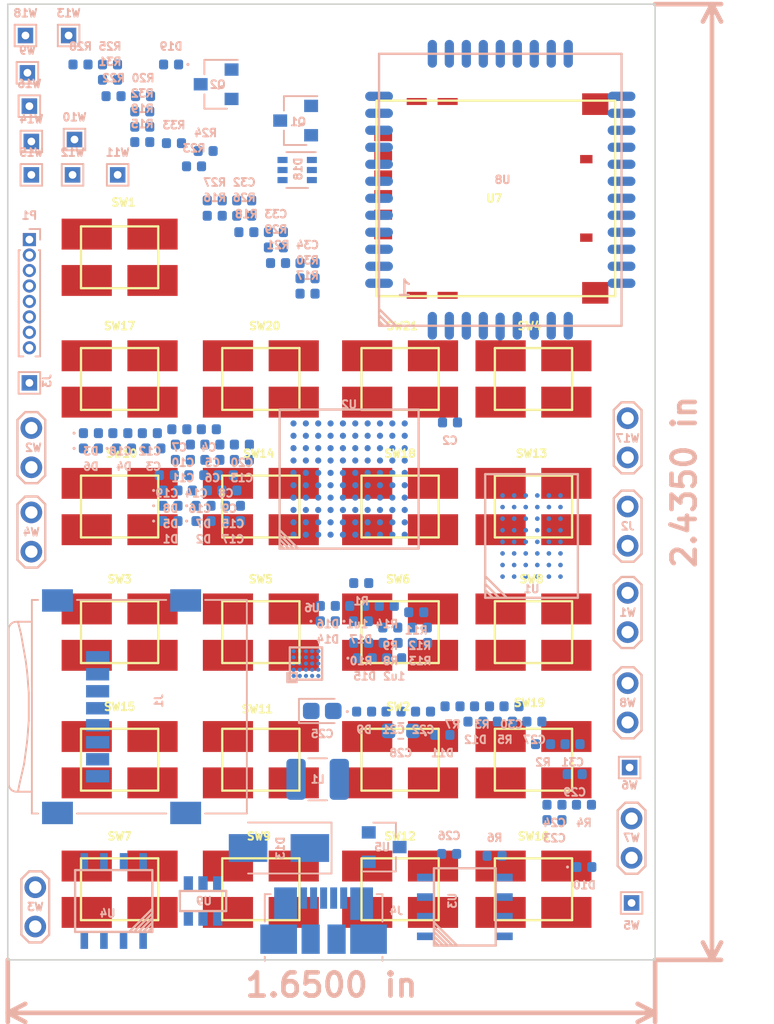
<source format=kicad_pcb>
(kicad_pcb (version 20171130) (host pcbnew 5.0.2)
  (layers (0 F.Cu signal hide) (1 In1.Cu signal hide) (2 In2.Cu signal hide) (31 B.Cu signal) (34 B.Paste user hide) (35 F.Paste user hide) (36 B.SilkS user) (37 F.SilkS user hide) (38 B.Mask user hide) (39 F.Mask user hide) (44 Edge.Cuts user))
  (net 0 "")
  (net 1 3.3V)
  (net 2 GND)
  (net 3 /audio/AUDIO_SPKP)
  (net 4 /audio/AUDIO_SPKN)
  (net 5 /audio/AUDIO_MICP)
  (net 6 /audio/AUDIO_MICN)
  (net 7 "Net-(C21-Pad1)")
  (net 8 "Net-(C22-Pad1)")
  (net 9 "Net-(C23-Pad1)")
  (net 10 "Net-(C23-Pad2)")
  (net 11 "Net-(C24-Pad2)")
  (net 12 3.7V)
  (net 13 "Net-(C27-Pad2)")
  (net 14 "Net-(C32-Pad1)")
  (net 15 "Net-(C33-Pad1)")
  (net 16 /xmobile_GSM/USB_VBUS)
  (net 17 "Net-(D1-Pad2)")
  (net 18 "Net-(D2-Pad1)")
  (net 19 "Net-(D3-Pad2)")
  (net 20 "Net-(D4-Pad1)")
  (net 21 "Net-(D9-Pad1)")
  (net 22 "Net-(D10-Pad1)")
  (net 23 "Net-(D11-Pad1)")
  (net 24 "Net-(D12-Pad1)")
  (net 25 "Net-(D14-Pad1)")
  (net 26 "Net-(D15-Pad1)")
  (net 27 "Net-(D16-Pad1)")
  (net 28 "Net-(D17-Pad1)")
  (net 29 "Net-(D18-Pad3)")
  (net 30 "Net-(D18-Pad4)")
  (net 31 "Net-(D19-Pad1)")
  (net 32 /xmobile_GSM/GSM_VBAT)
  (net 33 "Net-(J1-Pad9)")
  (net 34 /microSD_DO)
  (net 35 /microSD_SCLK)
  (net 36 /microSD_DI)
  (net 37 /microSD_CS)
  (net 38 "Net-(J2-Pad2)")
  (net 39 "Net-(J3-Pad1)")
  (net 40 "Net-(J4-Pad2)")
  (net 41 "Net-(J4-Pad3)")
  (net 42 "Net-(J4-Pad4)")
  (net 43 /EPD_BUSY)
  (net 44 /EPD_RST)
  (net 45 /EPD_DC)
  (net 46 /EPD_CS)
  (net 47 /EPD_CLK)
  (net 48 /EPD_DIN)
  (net 49 /xmobile_GSM/PWRKEY)
  (net 50 "Net-(Q1-Pad1)")
  (net 51 "Net-(Q2-Pad1)")
  (net 52 "Net-(Q2-Pad3)")
  (net 53 /PDI_C)
  (net 54 "Net-(R2-Pad1)")
  (net 55 "Net-(R3-Pad1)")
  (net 56 "Net-(R4-Pad1)")
  (net 57 "Net-(R5-Pad1)")
  (net 58 "Net-(R6-Pad2)")
  (net 59 "Net-(R7-Pad2)")
  (net 60 /xmobile_keyboard/LED1)
  (net 61 /xmobile_keyboard/LED2)
  (net 62 /xmobile_keyboard/LED3)
  (net 63 /xmobile_keyboard/LED4)
  (net 64 /KBD_SDA)
  (net 65 /KBD_SCL)
  (net 66 /KBD_INT)
  (net 67 /xmobile_GSM/SIM_VDD)
  (net 68 /xmobile_GSM/SIM_RST)
  (net 69 /xmobile_GSM/SIM_CLK)
  (net 70 /xmobile_GSM/SIM_DATA)
  (net 71 /GSM_RTS)
  (net 72 "Net-(R19-Pad1)")
  (net 73 /GSM_DTR)
  (net 74 "Net-(R20-Pad1)")
  (net 75 /GSM_CTS)
  (net 76 "Net-(R23-Pad1)")
  (net 77 "Net-(R24-Pad1)")
  (net 78 /GSM_DCD)
  (net 79 "Net-(R25-Pad1)")
  (net 80 /GSM_RI)
  (net 81 "Net-(R26-Pad2)")
  (net 82 "Net-(R27-Pad2)")
  (net 83 /GSM_TXD)
  (net 84 /GSM_RXD)
  (net 85 /GSM_PWRKEY)
  (net 86 /xmobile_GSM/NETLIGHT)
  (net 87 /xmobile_keyboard/R0)
  (net 88 /xmobile_keyboard/C0)
  (net 89 /xmobile_keyboard/R1)
  (net 90 /xmobile_keyboard/R2)
  (net 91 /xmobile_keyboard/R3)
  (net 92 /xmobile_keyboard/R4)
  (net 93 /xmobile_keyboard/C1)
  (net 94 /xmobile_keyboard/C2)
  (net 95 /xmobile_keyboard/C3)
  (net 96 /OE)
  (net 97 /A0)
  (net 98 /A1)
  (net 99 /A2)
  (net 100 /CE2)
  (net 101 /A3)
  (net 102 /A4)
  (net 103 /CE1)
  (net 104 /D0)
  (net 105 /A5)
  (net 106 /A6)
  (net 107 /D4)
  (net 108 /D1)
  (net 109 /A17)
  (net 110 /A7)
  (net 111 /D5)
  (net 112 /D2)
  (net 113 /A16)
  (net 114 /D6)
  (net 115 /D3)
  (net 116 /A14)
  (net 117 /A15)
  (net 118 /D7)
  (net 119 /A12)
  (net 120 /A13)
  (net 121 /WE)
  (net 122 /A18)
  (net 123 /A8)
  (net 124 /A9)
  (net 125 /A10)
  (net 126 /A11)
  (net 127 /A19)
  (net 128 /PDI_D)
  (net 129 /GSM_STATUS)
  (net 130 "Net-(U8-Pad20)")
  (net 131 /xmobile_GSM/USB_DP)
  (net 132 /xmobile_GSM/USB_DN)
  (net 133 "Net-(U8-Pad28)")
  (net 134 "Net-(U8-Pad32)")
  (module Connector_Card:microSD_HC_Wuerth_693072010801 (layer B.Cu) (at 152.908 118.364 270)
    (fp_text reference J1 (at -0.381 -2.413 270) (layer B.SilkS) (effects (font (size 0.5 0.5) (thickness 0.125)) (justify mirror)))
    (fp_text value Micro_SD_Card)
    (pad 1 smd rect (at -3.2 1.55 270) (size 0.8 1.5) (layers B.Cu B.Paste B.Mask))
    (pad 2 smd rect (at -2.1 1.55 270) (size 0.8 1.5) (layers B.Cu B.Paste B.Mask) (net 37 /microSD_CS))
    (pad 3 smd rect (at -1 1.55 270) (size 0.8 1.5) (layers B.Cu B.Paste B.Mask) (net 36 /microSD_DI))
    (pad 4 smd rect (at 0.1 1.55 270) (size 0.8 1.5) (layers B.Cu B.Paste B.Mask) (net 1 3.3V))
    (pad 5 smd rect (at 1.2 1.55 270) (size 0.8 1.5) (layers B.Cu B.Paste B.Mask) (net 35 /microSD_SCLK))
    (pad 6 smd rect (at 2.3 1.55 270) (size 0.8 1.5) (layers B.Cu B.Paste B.Mask) (net 2 GND))
    (pad 7 smd rect (at 3.4 1.55 270) (size 0.8 1.5) (layers B.Cu B.Paste B.Mask) (net 34 /microSD_DO))
    (pad 8 smd rect (at 4.5 1.55 270) (size 0.8 1.5) (layers B.Cu B.Paste B.Mask))
    (pad 9 smd rect (at 6.875 -4.15 270) (size 1.45 2) (layers B.Cu B.Paste B.Mask) (net 33 "Net-(J1-Pad9)"))
    (pad 9 smd rect (at -6.875 -4.15 270) (size 1.45 2) (layers B.Cu B.Paste B.Mask) (net 33 "Net-(J1-Pad9)"))
    (pad 9 smd rect (at -6.875 4.15 270) (size 1.45 2) (layers B.Cu B.Paste B.Mask) (net 33 "Net-(J1-Pad9)"))
    (pad 9 smd rect (at 6.875 4.15 270) (size 1.45 2) (layers B.Cu B.Paste B.Mask) (net 33 "Net-(J1-Pad9)"))
  )
  (module Connector_USB:USB_Micro-B_Molex_47346-0001 (layer B.Cu) (at 165.989 132.207 180)
    (fp_text reference J4 (at -4.699 0.635) (layer B.SilkS) (effects (font (size 0.5 0.5) (thickness 0.125)) (justify mirror)))
    (fp_text value USB_B_Micro)
    (pad 6 smd rect (at 0.84 -1.2 180) (size 1.175 1.9) (layers B.Cu B.Paste B.Mask) (net 42 "Net-(J4-Pad4)"))
    (pad 6 smd rect (at -0.84 -1.2 180) (size 1.175 1.9) (layers B.Cu B.Paste B.Mask) (net 42 "Net-(J4-Pad4)"))
    (pad 6 smd rect (at 2.91 -1.2 180) (size 2.375 1.9) (layers B.Cu B.Paste B.Mask) (net 42 "Net-(J4-Pad4)"))
    (pad 6 smd rect (at -2.91 -1.2 180) (size 2.375 1.9) (layers B.Cu B.Paste B.Mask) (net 42 "Net-(J4-Pad4)"))
    (pad 6 smd rect (at 2.4625 1.1 180) (size 1.475 2.1) (layers B.Cu B.Paste B.Mask) (net 42 "Net-(J4-Pad4)"))
    (pad 6 smd rect (at -2.4625 1.1 180) (size 1.475 2.1) (layers B.Cu B.Paste B.Mask) (net 42 "Net-(J4-Pad4)"))
    (pad 5 smd rect (at 1.3 1.46 180) (size 0.45 1.38) (layers B.Cu B.Paste B.Mask) (net 42 "Net-(J4-Pad4)"))
    (pad 4 smd rect (at 0.65 1.46 180) (size 0.45 1.38) (layers B.Cu B.Paste B.Mask) (net 42 "Net-(J4-Pad4)"))
    (pad 3 smd rect (at 0 1.46 180) (size 0.45 1.38) (layers B.Cu B.Paste B.Mask) (net 41 "Net-(J4-Pad3)"))
    (pad 2 smd rect (at -0.65 1.46 180) (size 0.45 1.38) (layers B.Cu B.Paste B.Mask) (net 40 "Net-(J4-Pad2)"))
    (pad 1 smd rect (at -1.3 1.46 180) (size 0.45 1.38) (layers B.Cu B.Paste B.Mask) (net 16 /xmobile_GSM/USB_VBUS))
  )
  (module druid:button_4pin_7,5x5 (layer F.Cu) (at 152.781 89.281)
    (fp_text reference SW1 (at 0.254 -3.556) (layer F.SilkS) (effects (font (size 0.5 0.5) (thickness 0.125))))
    (fp_text value SW_PUSH)
    (pad 1 smd rect (at -2.13 -1.5) (size 3.25 2) (layers F.Cu F.Paste F.Mask) (net 2 GND))
    (pad 2 smd rect (at -2.13 1.5) (size 3.25 2) (layers F.Cu F.Paste F.Mask) (net 53 /PDI_C))
    (pad 2 smd rect (at 2.13 1.5) (size 3.25 2) (layers F.Cu F.Paste F.Mask) (net 53 /PDI_C))
    (pad 1 smd rect (at 2.13 -1.5) (size 3.25 2) (layers F.Cu F.Paste F.Mask) (net 2 GND))
  )
  (module druid:button_4pin_7,5x5 (layer F.Cu) (at 170.942 121.793)
    (fp_text reference SW2 (at -0.127 -3.429) (layer F.SilkS) (effects (font (size 0.5 0.5) (thickness 0.125))))
    (fp_text value SW_PUSH)
    (pad 1 smd rect (at -2.13 -1.5) (size 3.25 2) (layers F.Cu F.Paste F.Mask) (net 87 /xmobile_keyboard/R0))
    (pad 2 smd rect (at -2.13 1.5) (size 3.25 2) (layers F.Cu F.Paste F.Mask) (net 88 /xmobile_keyboard/C0))
    (pad 2 smd rect (at 2.13 1.5) (size 3.25 2) (layers F.Cu F.Paste F.Mask) (net 88 /xmobile_keyboard/C0))
    (pad 1 smd rect (at 2.13 -1.5) (size 3.25 2) (layers F.Cu F.Paste F.Mask) (net 87 /xmobile_keyboard/R0))
  )
  (module druid:button_4pin_7,5x5 (layer F.Cu) (at 152.781 113.538)
    (fp_text reference SW3 (at 0 -3.429) (layer F.SilkS) (effects (font (size 0.5 0.5) (thickness 0.125))))
    (fp_text value SW_PUSH)
    (pad 1 smd rect (at -2.13 -1.5) (size 3.25 2) (layers F.Cu F.Paste F.Mask) (net 89 /xmobile_keyboard/R1))
    (pad 2 smd rect (at -2.13 1.5) (size 3.25 2) (layers F.Cu F.Paste F.Mask) (net 88 /xmobile_keyboard/C0))
    (pad 2 smd rect (at 2.13 1.5) (size 3.25 2) (layers F.Cu F.Paste F.Mask) (net 88 /xmobile_keyboard/C0))
    (pad 1 smd rect (at 2.13 -1.5) (size 3.25 2) (layers F.Cu F.Paste F.Mask) (net 89 /xmobile_keyboard/R1))
  )
  (module druid:button_4pin_7,5x5 (layer F.Cu) (at 179.578 97.155)
    (fp_text reference SW4 (at -0.254 -3.429) (layer F.SilkS) (effects (font (size 0.5 0.5) (thickness 0.125))))
    (fp_text value SW_PUSH)
    (pad 1 smd rect (at -2.13 -1.5) (size 3.25 2) (layers F.Cu F.Paste F.Mask) (net 90 /xmobile_keyboard/R2))
    (pad 2 smd rect (at -2.13 1.5) (size 3.25 2) (layers F.Cu F.Paste F.Mask) (net 88 /xmobile_keyboard/C0))
    (pad 2 smd rect (at 2.13 1.5) (size 3.25 2) (layers F.Cu F.Paste F.Mask) (net 88 /xmobile_keyboard/C0))
    (pad 1 smd rect (at 2.13 -1.5) (size 3.25 2) (layers F.Cu F.Paste F.Mask) (net 90 /xmobile_keyboard/R2))
  )
  (module druid:button_4pin_7,5x5 (layer F.Cu) (at 161.925 113.538)
    (fp_text reference SW5 (at 0 -3.429) (layer F.SilkS) (effects (font (size 0.5 0.5) (thickness 0.125))))
    (fp_text value SW_PUSH)
    (pad 1 smd rect (at -2.13 -1.5) (size 3.25 2) (layers F.Cu F.Paste F.Mask) (net 91 /xmobile_keyboard/R3))
    (pad 2 smd rect (at -2.13 1.5) (size 3.25 2) (layers F.Cu F.Paste F.Mask) (net 88 /xmobile_keyboard/C0))
    (pad 2 smd rect (at 2.13 1.5) (size 3.25 2) (layers F.Cu F.Paste F.Mask) (net 88 /xmobile_keyboard/C0))
    (pad 1 smd rect (at 2.13 -1.5) (size 3.25 2) (layers F.Cu F.Paste F.Mask) (net 91 /xmobile_keyboard/R3))
  )
  (module druid:button_4pin_7,5x5 (layer F.Cu) (at 170.942 113.538)
    (fp_text reference SW6 (at -0.127 -3.429) (layer F.SilkS) (effects (font (size 0.5 0.5) (thickness 0.125))))
    (fp_text value SW_PUSH)
    (pad 1 smd rect (at -2.13 -1.5) (size 3.25 2) (layers F.Cu F.Paste F.Mask) (net 92 /xmobile_keyboard/R4))
    (pad 2 smd rect (at -2.13 1.5) (size 3.25 2) (layers F.Cu F.Paste F.Mask) (net 88 /xmobile_keyboard/C0))
    (pad 2 smd rect (at 2.13 1.5) (size 3.25 2) (layers F.Cu F.Paste F.Mask) (net 88 /xmobile_keyboard/C0))
    (pad 1 smd rect (at 2.13 -1.5) (size 3.25 2) (layers F.Cu F.Paste F.Mask) (net 92 /xmobile_keyboard/R4))
  )
  (module druid:button_4pin_7,5x5 (layer F.Cu) (at 152.781 130.175)
    (fp_text reference SW7 (at 0 -3.429) (layer F.SilkS) (effects (font (size 0.5 0.5) (thickness 0.125))))
    (fp_text value SW_PUSH)
    (pad 1 smd rect (at -2.13 -1.5) (size 3.25 2) (layers F.Cu F.Paste F.Mask) (net 87 /xmobile_keyboard/R0))
    (pad 2 smd rect (at -2.13 1.5) (size 3.25 2) (layers F.Cu F.Paste F.Mask) (net 93 /xmobile_keyboard/C1))
    (pad 2 smd rect (at 2.13 1.5) (size 3.25 2) (layers F.Cu F.Paste F.Mask) (net 93 /xmobile_keyboard/C1))
    (pad 1 smd rect (at 2.13 -1.5) (size 3.25 2) (layers F.Cu F.Paste F.Mask) (net 87 /xmobile_keyboard/R0))
  )
  (module druid:button_4pin_7,5x5 (layer F.Cu) (at 179.578 113.538)
    (fp_text reference SW8 (at -0.127 -3.429) (layer F.SilkS) (effects (font (size 0.5 0.5) (thickness 0.125))))
    (fp_text value SW_PUSH)
    (pad 1 smd rect (at -2.13 -1.5) (size 3.25 2) (layers F.Cu F.Paste F.Mask) (net 89 /xmobile_keyboard/R1))
    (pad 2 smd rect (at -2.13 1.5) (size 3.25 2) (layers F.Cu F.Paste F.Mask) (net 93 /xmobile_keyboard/C1))
    (pad 2 smd rect (at 2.13 1.5) (size 3.25 2) (layers F.Cu F.Paste F.Mask) (net 93 /xmobile_keyboard/C1))
    (pad 1 smd rect (at 2.13 -1.5) (size 3.25 2) (layers F.Cu F.Paste F.Mask) (net 89 /xmobile_keyboard/R1))
  )
  (module druid:button_4pin_7,5x5 (layer F.Cu) (at 161.925 130.175)
    (fp_text reference SW9 (at -0.127 -3.429) (layer F.SilkS) (effects (font (size 0.5 0.5) (thickness 0.125))))
    (fp_text value SW_PUSH)
    (pad 1 smd rect (at -2.13 -1.5) (size 3.25 2) (layers F.Cu F.Paste F.Mask) (net 90 /xmobile_keyboard/R2))
    (pad 2 smd rect (at -2.13 1.5) (size 3.25 2) (layers F.Cu F.Paste F.Mask) (net 93 /xmobile_keyboard/C1))
    (pad 2 smd rect (at 2.13 1.5) (size 3.25 2) (layers F.Cu F.Paste F.Mask) (net 93 /xmobile_keyboard/C1))
    (pad 1 smd rect (at 2.13 -1.5) (size 3.25 2) (layers F.Cu F.Paste F.Mask) (net 90 /xmobile_keyboard/R2))
  )
  (module druid:button_4pin_7,5x5 (layer F.Cu) (at 152.781 105.41)
    (fp_text reference SW10 (at 0.127 -3.429) (layer F.SilkS) (effects (font (size 0.5 0.5) (thickness 0.125))))
    (fp_text value SW_PUSH)
    (pad 1 smd rect (at -2.13 -1.5) (size 3.25 2) (layers F.Cu F.Paste F.Mask) (net 91 /xmobile_keyboard/R3))
    (pad 2 smd rect (at -2.13 1.5) (size 3.25 2) (layers F.Cu F.Paste F.Mask) (net 93 /xmobile_keyboard/C1))
    (pad 2 smd rect (at 2.13 1.5) (size 3.25 2) (layers F.Cu F.Paste F.Mask) (net 93 /xmobile_keyboard/C1))
    (pad 1 smd rect (at 2.13 -1.5) (size 3.25 2) (layers F.Cu F.Paste F.Mask) (net 91 /xmobile_keyboard/R3))
  )
  (module druid:button_4pin_7,5x5 (layer F.Cu) (at 161.925 121.793)
    (fp_text reference SW11 (at -0.225 -3.278) (layer F.SilkS) (effects (font (size 0.5 0.5) (thickness 0.125))))
    (fp_text value SW_PUSH)
    (pad 1 smd rect (at -2.13 -1.5) (size 3.25 2) (layers F.Cu F.Paste F.Mask) (net 92 /xmobile_keyboard/R4))
    (pad 2 smd rect (at -2.13 1.5) (size 3.25 2) (layers F.Cu F.Paste F.Mask) (net 93 /xmobile_keyboard/C1))
    (pad 2 smd rect (at 2.13 1.5) (size 3.25 2) (layers F.Cu F.Paste F.Mask) (net 93 /xmobile_keyboard/C1))
    (pad 1 smd rect (at 2.13 -1.5) (size 3.25 2) (layers F.Cu F.Paste F.Mask) (net 92 /xmobile_keyboard/R4))
  )
  (module druid:button_4pin_7,5x5 (layer F.Cu) (at 170.942 130.175)
    (fp_text reference SW12 (at 0 -3.429) (layer F.SilkS) (effects (font (size 0.5 0.5) (thickness 0.125))))
    (fp_text value SW_PUSH)
    (pad 1 smd rect (at -2.13 -1.5) (size 3.25 2) (layers F.Cu F.Paste F.Mask) (net 87 /xmobile_keyboard/R0))
    (pad 2 smd rect (at -2.13 1.5) (size 3.25 2) (layers F.Cu F.Paste F.Mask) (net 94 /xmobile_keyboard/C2))
    (pad 2 smd rect (at 2.13 1.5) (size 3.25 2) (layers F.Cu F.Paste F.Mask) (net 94 /xmobile_keyboard/C2))
    (pad 1 smd rect (at 2.13 -1.5) (size 3.25 2) (layers F.Cu F.Paste F.Mask) (net 87 /xmobile_keyboard/R0))
  )
  (module druid:button_4pin_7,5x5 (layer F.Cu) (at 179.578 105.41)
    (fp_text reference SW13 (at -0.127 -3.429) (layer F.SilkS) (effects (font (size 0.5 0.5) (thickness 0.125))))
    (fp_text value SW_PUSH)
    (pad 1 smd rect (at -2.13 -1.5) (size 3.25 2) (layers F.Cu F.Paste F.Mask) (net 89 /xmobile_keyboard/R1))
    (pad 2 smd rect (at -2.13 1.5) (size 3.25 2) (layers F.Cu F.Paste F.Mask) (net 94 /xmobile_keyboard/C2))
    (pad 2 smd rect (at 2.13 1.5) (size 3.25 2) (layers F.Cu F.Paste F.Mask) (net 94 /xmobile_keyboard/C2))
    (pad 1 smd rect (at 2.13 -1.5) (size 3.25 2) (layers F.Cu F.Paste F.Mask) (net 89 /xmobile_keyboard/R1))
  )
  (module druid:button_4pin_7,5x5 (layer F.Cu) (at 161.925 105.41)
    (fp_text reference SW14 (at -0.127 -3.429) (layer F.SilkS) (effects (font (size 0.5 0.5) (thickness 0.125))))
    (fp_text value SW_PUSH)
    (pad 1 smd rect (at -2.13 -1.5) (size 3.25 2) (layers F.Cu F.Paste F.Mask) (net 90 /xmobile_keyboard/R2))
    (pad 2 smd rect (at -2.13 1.5) (size 3.25 2) (layers F.Cu F.Paste F.Mask) (net 94 /xmobile_keyboard/C2))
    (pad 2 smd rect (at 2.13 1.5) (size 3.25 2) (layers F.Cu F.Paste F.Mask) (net 94 /xmobile_keyboard/C2))
    (pad 1 smd rect (at 2.13 -1.5) (size 3.25 2) (layers F.Cu F.Paste F.Mask) (net 90 /xmobile_keyboard/R2))
  )
  (module druid:button_4pin_7,5x5 (layer F.Cu) (at 152.781 121.793)
    (fp_text reference SW15 (at 0 -3.429) (layer F.SilkS) (effects (font (size 0.5 0.5) (thickness 0.125))))
    (fp_text value SW_PUSH)
    (pad 1 smd rect (at -2.13 -1.5) (size 3.25 2) (layers F.Cu F.Paste F.Mask) (net 91 /xmobile_keyboard/R3))
    (pad 2 smd rect (at -2.13 1.5) (size 3.25 2) (layers F.Cu F.Paste F.Mask) (net 94 /xmobile_keyboard/C2))
    (pad 2 smd rect (at 2.13 1.5) (size 3.25 2) (layers F.Cu F.Paste F.Mask) (net 94 /xmobile_keyboard/C2))
    (pad 1 smd rect (at 2.13 -1.5) (size 3.25 2) (layers F.Cu F.Paste F.Mask) (net 91 /xmobile_keyboard/R3))
  )
  (module druid:button_4pin_7,5x5 (layer F.Cu) (at 179.578 130.175)
    (fp_text reference SW16 (at 0 -3.429) (layer F.SilkS) (effects (font (size 0.5 0.5) (thickness 0.125))))
    (fp_text value SW_PUSH)
    (pad 1 smd rect (at -2.13 -1.5) (size 3.25 2) (layers F.Cu F.Paste F.Mask) (net 92 /xmobile_keyboard/R4))
    (pad 2 smd rect (at -2.13 1.5) (size 3.25 2) (layers F.Cu F.Paste F.Mask) (net 94 /xmobile_keyboard/C2))
    (pad 2 smd rect (at 2.13 1.5) (size 3.25 2) (layers F.Cu F.Paste F.Mask) (net 94 /xmobile_keyboard/C2))
    (pad 1 smd rect (at 2.13 -1.5) (size 3.25 2) (layers F.Cu F.Paste F.Mask) (net 92 /xmobile_keyboard/R4))
  )
  (module druid:button_4pin_7,5x5 (layer F.Cu) (at 152.781 97.155)
    (fp_text reference SW17 (at 0 -3.429) (layer F.SilkS) (effects (font (size 0.5 0.5) (thickness 0.125))))
    (fp_text value SW_PUSH)
    (pad 1 smd rect (at -2.13 -1.5) (size 3.25 2) (layers F.Cu F.Paste F.Mask) (net 87 /xmobile_keyboard/R0))
    (pad 2 smd rect (at -2.13 1.5) (size 3.25 2) (layers F.Cu F.Paste F.Mask) (net 95 /xmobile_keyboard/C3))
    (pad 2 smd rect (at 2.13 1.5) (size 3.25 2) (layers F.Cu F.Paste F.Mask) (net 95 /xmobile_keyboard/C3))
    (pad 1 smd rect (at 2.13 -1.5) (size 3.25 2) (layers F.Cu F.Paste F.Mask) (net 87 /xmobile_keyboard/R0))
  )
  (module druid:button_4pin_7,5x5 (layer F.Cu) (at 170.942 105.41)
    (fp_text reference SW18 (at 0 -3.429) (layer F.SilkS) (effects (font (size 0.5 0.5) (thickness 0.125))))
    (fp_text value SW_PUSH)
    (pad 1 smd rect (at -2.13 -1.5) (size 3.25 2) (layers F.Cu F.Paste F.Mask) (net 89 /xmobile_keyboard/R1))
    (pad 2 smd rect (at -2.13 1.5) (size 3.25 2) (layers F.Cu F.Paste F.Mask) (net 95 /xmobile_keyboard/C3))
    (pad 2 smd rect (at 2.13 1.5) (size 3.25 2) (layers F.Cu F.Paste F.Mask) (net 95 /xmobile_keyboard/C3))
    (pad 1 smd rect (at 2.13 -1.5) (size 3.25 2) (layers F.Cu F.Paste F.Mask) (net 89 /xmobile_keyboard/R1))
  )
  (module druid:button_4pin_7,5x5 (layer F.Cu) (at 179.578 121.793)
    (fp_text reference SW19 (at -0.254 -3.683) (layer F.SilkS) (effects (font (size 0.5 0.5) (thickness 0.125))))
    (fp_text value SW_PUSH)
    (pad 1 smd rect (at -2.13 -1.5) (size 3.25 2) (layers F.Cu F.Paste F.Mask) (net 90 /xmobile_keyboard/R2))
    (pad 2 smd rect (at -2.13 1.5) (size 3.25 2) (layers F.Cu F.Paste F.Mask) (net 95 /xmobile_keyboard/C3))
    (pad 2 smd rect (at 2.13 1.5) (size 3.25 2) (layers F.Cu F.Paste F.Mask) (net 95 /xmobile_keyboard/C3))
    (pad 1 smd rect (at 2.13 -1.5) (size 3.25 2) (layers F.Cu F.Paste F.Mask) (net 90 /xmobile_keyboard/R2))
  )
  (module druid:button_4pin_7,5x5 (layer F.Cu) (at 161.925 97.155)
    (fp_text reference SW20 (at 0.254 -3.429) (layer F.SilkS) (effects (font (size 0.5 0.5) (thickness 0.125))))
    (fp_text value SW_PUSH)
    (pad 1 smd rect (at -2.13 -1.5) (size 3.25 2) (layers F.Cu F.Paste F.Mask) (net 91 /xmobile_keyboard/R3))
    (pad 2 smd rect (at -2.13 1.5) (size 3.25 2) (layers F.Cu F.Paste F.Mask) (net 95 /xmobile_keyboard/C3))
    (pad 2 smd rect (at 2.13 1.5) (size 3.25 2) (layers F.Cu F.Paste F.Mask) (net 95 /xmobile_keyboard/C3))
    (pad 1 smd rect (at 2.13 -1.5) (size 3.25 2) (layers F.Cu F.Paste F.Mask) (net 91 /xmobile_keyboard/R3))
  )
  (module druid:button_4pin_7,5x5 (layer F.Cu) (at 170.942 97.155)
    (fp_text reference SW21 (at 0.127 -3.429) (layer F.SilkS) (effects (font (size 0.5 0.5) (thickness 0.125))))
    (fp_text value SW_PUSH)
    (pad 1 smd rect (at -2.13 -1.5) (size 3.25 2) (layers F.Cu F.Paste F.Mask) (net 92 /xmobile_keyboard/R4))
    (pad 2 smd rect (at -2.13 1.5) (size 3.25 2) (layers F.Cu F.Paste F.Mask) (net 95 /xmobile_keyboard/C3))
    (pad 2 smd rect (at 2.13 1.5) (size 3.25 2) (layers F.Cu F.Paste F.Mask) (net 95 /xmobile_keyboard/C3))
    (pad 1 smd rect (at 2.13 -1.5) (size 3.25 2) (layers F.Cu F.Paste F.Mask) (net 92 /xmobile_keyboard/R4))
  )
  (module druid:molex-microSIM_SD-78646-001 (layer F.Cu) (at 169.418 85.471)
    (fp_text reference U7 (at 7.62 0) (layer F.SilkS) (effects (font (size 0.5 0.5) (thickness 0.125))))
    (fp_text value 78646-3001)
    (pad 3 smd rect (at 0.43 2.325) (size 1.15 0.65) (layers F.Cu F.Paste F.Mask) (net 30 "Net-(D18-Pad4)"))
    (pad 7 smd rect (at 0.43 1.055) (size 1.15 0.65) (layers F.Cu F.Paste F.Mask) (net 14 "Net-(C32-Pad1)"))
    (pad 5 smd rect (at 0.43 -4.025) (size 1.15 0.65) (layers F.Cu F.Paste F.Mask) (net 2 GND))
    (pad 1 smd rect (at 0.43 -2.755) (size 1.15 0.65) (layers F.Cu F.Paste F.Mask) (net 15 "Net-(C33-Pad1)"))
    (pad 6 smd rect (at 0.43 -1.485) (size 1.15 0.65) (layers F.Cu F.Paste F.Mask))
    (pad 2 smd rect (at 0.43 -0.215) (size 1.15 0.65) (layers F.Cu F.Paste F.Mask) (net 29 "Net-(D18-Pad3)"))
    (pad 5 smd rect (at 4.6 -6.27) (size 1.3 0.45) (layers F.Cu F.Paste F.Mask) (net 2 GND))
    (pad 5 smd rect (at 4.6 6.27) (size 1.3 0.45) (layers F.Cu F.Paste F.Mask) (net 2 GND))
    (pad 5 smd rect (at 2.6 -6.27) (size 1.3 0.45) (layers F.Cu F.Paste F.Mask) (net 2 GND))
    (pad 5 smd rect (at 2.6 6.27) (size 1.3 0.45) (layers F.Cu F.Paste F.Mask) (net 2 GND))
    (pad 3 smd rect (at 13.58 2.54) (size 0.8 0.54) (layers F.Cu F.Paste F.Mask) (net 30 "Net-(D18-Pad4)"))
    (pad 2 smd rect (at 13.58 -2.54) (size 0.8 0.54) (layers F.Cu F.Paste F.Mask) (net 29 "Net-(D18-Pad3)"))
    (pad 5 smd rect (at 14.16 -6.1) (size 1.7 1.4) (layers F.Cu F.Paste F.Mask) (net 2 GND))
    (pad 5 smd rect (at 14.16 6.11) (size 1.7 1.4) (layers F.Cu F.Paste F.Mask) (net 2 GND))
  )
  (module Capacitor_SMD:C_0402_1005Metric (layer B.Cu) (at 168.167001 111.842207)
    (fp_text reference 1u1 (at 0 1.17) (layer B.SilkS) (effects (font (size 0.5 0.5) (thickness 0.125)) (justify mirror)))
    (fp_text value C)
    (pad 1 smd roundrect (at -0.485 0) (size 0.59 0.64) (layers B.Cu B.Paste B.Mask) (net 1 3.3V))
    (pad 2 smd roundrect (at 0.485 0) (size 0.59 0.64) (layers B.Cu B.Paste B.Mask) (net 2 GND))
  )
  (module Capacitor_SMD:C_0402_1005Metric (layer B.Cu) (at 170.557001 115.222207)
    (fp_text reference 1u2 (at 0 1.17) (layer B.SilkS) (effects (font (size 0.5 0.5) (thickness 0.125)) (justify mirror)))
    (fp_text value C)
    (pad 2 smd roundrect (at 0.485 0) (size 0.59 0.64) (layers B.Cu B.Paste B.Mask) (net 2 GND))
    (pad 1 smd roundrect (at -0.485 0) (size 0.59 0.64) (layers B.Cu B.Paste B.Mask) (net 1 3.3V))
  )
  (module Capacitor_SMD:C_0402_1005Metric (layer B.Cu) (at 174.172907 99.96837)
    (fp_text reference C2 (at 0 1.17) (layer B.SilkS) (effects (font (size 0.5 0.5) (thickness 0.125)) (justify mirror)))
    (fp_text value 0.1u)
    (pad 2 smd roundrect (at 0.485 0) (size 0.59 0.64) (layers B.Cu B.Paste B.Mask) (net 2 GND))
    (pad 1 smd roundrect (at -0.485 0) (size 0.59 0.64) (layers B.Cu B.Paste B.Mask) (net 1 3.3V))
  )
  (module Capacitor_SMD:C_0402_1005Metric (layer B.Cu) (at 154.968001 101.650453)
    (fp_text reference C3 (at 0 1.17) (layer B.SilkS) (effects (font (size 0.5 0.5) (thickness 0.125)) (justify mirror)))
    (fp_text value 10pF)
    (pad 2 smd roundrect (at 0.485 0) (size 0.59 0.64) (layers B.Cu B.Paste B.Mask) (net 3 /audio/AUDIO_SPKP))
    (pad 1 smd roundrect (at -0.485 0) (size 0.59 0.64) (layers B.Cu B.Paste B.Mask) (net 2 GND))
  )
  (module Capacitor_SMD:C_0402_1005Metric (layer B.Cu) (at 158.558001 100.410453)
    (fp_text reference C4 (at 0 1.17) (layer B.SilkS) (effects (font (size 0.5 0.5) (thickness 0.125)) (justify mirror)))
    (fp_text value 10pF)
    (pad 2 smd roundrect (at 0.485 0) (size 0.59 0.64) (layers B.Cu B.Paste B.Mask) (net 4 /audio/AUDIO_SPKN))
    (pad 1 smd roundrect (at -0.485 0) (size 0.59 0.64) (layers B.Cu B.Paste B.Mask) (net 3 /audio/AUDIO_SPKP))
  )
  (module Capacitor_SMD:C_0402_1005Metric (layer B.Cu) (at 158.788001 101.400453)
    (fp_text reference C5 (at 0 1.17) (layer B.SilkS) (effects (font (size 0.5 0.5) (thickness 0.125)) (justify mirror)))
    (fp_text value 10pF)
    (pad 2 smd roundrect (at 0.485 0) (size 0.59 0.64) (layers B.Cu B.Paste B.Mask) (net 2 GND))
    (pad 1 smd roundrect (at -0.485 0) (size 0.59 0.64) (layers B.Cu B.Paste B.Mask) (net 4 /audio/AUDIO_SPKN))
  )
  (module Capacitor_SMD:C_0402_1005Metric (layer B.Cu) (at 158.788001 102.390453)
    (fp_text reference C6 (at 0 1.17) (layer B.SilkS) (effects (font (size 0.5 0.5) (thickness 0.125)) (justify mirror)))
    (fp_text value 33pF)
    (pad 1 smd roundrect (at -0.485 0) (size 0.59 0.64) (layers B.Cu B.Paste B.Mask) (net 2 GND))
    (pad 2 smd roundrect (at 0.485 0) (size 0.59 0.64) (layers B.Cu B.Paste B.Mask) (net 3 /audio/AUDIO_SPKP))
  )
  (module Capacitor_SMD:C_0402_1005Metric (layer B.Cu) (at 156.648001 100.410453)
    (fp_text reference C7 (at 0 1.17) (layer B.SilkS) (effects (font (size 0.5 0.5) (thickness 0.125)) (justify mirror)))
    (fp_text value 33pF)
    (pad 2 smd roundrect (at 0.485 0) (size 0.59 0.64) (layers B.Cu B.Paste B.Mask) (net 4 /audio/AUDIO_SPKN))
    (pad 1 smd roundrect (at -0.485 0) (size 0.59 0.64) (layers B.Cu B.Paste B.Mask) (net 3 /audio/AUDIO_SPKP))
  )
  (module Capacitor_SMD:C_0402_1005Metric (layer B.Cu) (at 159.658001 103.380453)
    (fp_text reference C8 (at 0 1.17) (layer B.SilkS) (effects (font (size 0.5 0.5) (thickness 0.125)) (justify mirror)))
    (fp_text value 33pF)
    (pad 1 smd roundrect (at -0.485 0) (size 0.59 0.64) (layers B.Cu B.Paste B.Mask) (net 4 /audio/AUDIO_SPKN))
    (pad 2 smd roundrect (at 0.485 0) (size 0.59 0.64) (layers B.Cu B.Paste B.Mask) (net 2 GND))
  )
  (module Capacitor_SMD:C_0402_1005Metric (layer B.Cu) (at 159.888001 104.370453)
    (fp_text reference C9 (at 0 1.17) (layer B.SilkS) (effects (font (size 0.5 0.5) (thickness 0.125)) (justify mirror)))
    (fp_text value 10pF)
    (pad 1 smd roundrect (at -0.485 0) (size 0.59 0.64) (layers B.Cu B.Paste B.Mask) (net 2 GND))
    (pad 2 smd roundrect (at 0.485 0) (size 0.59 0.64) (layers B.Cu B.Paste B.Mask) (net 5 /audio/AUDIO_MICP))
  )
  (module Capacitor_SMD:C_0402_1005Metric (layer B.Cu) (at 156.878001 101.400453)
    (fp_text reference C10 (at 0 1.17) (layer B.SilkS) (effects (font (size 0.5 0.5) (thickness 0.125)) (justify mirror)))
    (fp_text value 10pF)
    (pad 1 smd roundrect (at -0.485 0) (size 0.59 0.64) (layers B.Cu B.Paste B.Mask) (net 5 /audio/AUDIO_MICP))
    (pad 2 smd roundrect (at 0.485 0) (size 0.59 0.64) (layers B.Cu B.Paste B.Mask) (net 6 /audio/AUDIO_MICN))
  )
  (module Capacitor_SMD:C_0402_1005Metric (layer B.Cu) (at 156.878001 102.390453)
    (fp_text reference C11 (at 0 1.17) (layer B.SilkS) (effects (font (size 0.5 0.5) (thickness 0.125)) (justify mirror)))
    (fp_text value 10pF)
    (pad 2 smd roundrect (at 0.485 0) (size 0.59 0.64) (layers B.Cu B.Paste B.Mask) (net 2 GND))
    (pad 1 smd roundrect (at -0.485 0) (size 0.59 0.64) (layers B.Cu B.Paste B.Mask) (net 6 /audio/AUDIO_MICN))
  )
  (module Capacitor_SMD:C_0402_1005Metric (layer B.Cu) (at 154.738001 100.660453)
    (fp_text reference C12 (at 0 1.17) (layer B.SilkS) (effects (font (size 0.5 0.5) (thickness 0.125)) (justify mirror)))
    (fp_text value 10pF)
    (pad 1 smd roundrect (at -0.485 0) (size 0.59 0.64) (layers B.Cu B.Paste B.Mask) (net 2 GND))
    (pad 2 smd roundrect (at 0.485 0) (size 0.59 0.64) (layers B.Cu B.Paste B.Mask) (net 3 /audio/AUDIO_SPKP))
  )
  (module Capacitor_SMD:C_0402_1005Metric (layer B.Cu) (at 160.698001 102.390453)
    (fp_text reference C13 (at 0 1.17) (layer B.SilkS) (effects (font (size 0.5 0.5) (thickness 0.125)) (justify mirror)))
    (fp_text value 10pF)
    (pad 1 smd roundrect (at -0.485 0) (size 0.59 0.64) (layers B.Cu B.Paste B.Mask) (net 3 /audio/AUDIO_SPKP))
    (pad 2 smd roundrect (at 0.485 0) (size 0.59 0.64) (layers B.Cu B.Paste B.Mask) (net 4 /audio/AUDIO_SPKN))
  )
  (module Capacitor_SMD:C_0402_1005Metric (layer B.Cu) (at 157.748001 103.380453)
    (fp_text reference C14 (at 0 1.17) (layer B.SilkS) (effects (font (size 0.5 0.5) (thickness 0.125)) (justify mirror)))
    (fp_text value 10pF)
    (pad 2 smd roundrect (at 0.485 0) (size 0.59 0.64) (layers B.Cu B.Paste B.Mask) (net 2 GND))
    (pad 1 smd roundrect (at -0.485 0) (size 0.59 0.64) (layers B.Cu B.Paste B.Mask) (net 4 /audio/AUDIO_SPKN))
  )
  (module Capacitor_SMD:C_0402_1005Metric (layer B.Cu) (at 160.118001 105.360453)
    (fp_text reference C15 (at 0 1.17) (layer B.SilkS) (effects (font (size 0.5 0.5) (thickness 0.125)) (justify mirror)))
    (fp_text value 33pF)
    (pad 2 smd roundrect (at 0.485 0) (size 0.59 0.64) (layers B.Cu B.Paste B.Mask) (net 5 /audio/AUDIO_MICP))
    (pad 1 smd roundrect (at -0.485 0) (size 0.59 0.64) (layers B.Cu B.Paste B.Mask) (net 2 GND))
  )
  (module Capacitor_SMD:C_0402_1005Metric (layer B.Cu) (at 157.978001 104.370453)
    (fp_text reference C16 (at 0 1.17) (layer B.SilkS) (effects (font (size 0.5 0.5) (thickness 0.125)) (justify mirror)))
    (fp_text value 33pF)
    (pad 1 smd roundrect (at -0.485 0) (size 0.59 0.64) (layers B.Cu B.Paste B.Mask) (net 5 /audio/AUDIO_MICP))
    (pad 2 smd roundrect (at 0.485 0) (size 0.59 0.64) (layers B.Cu B.Paste B.Mask) (net 6 /audio/AUDIO_MICN))
  )
  (module Capacitor_SMD:C_0402_1005Metric (layer B.Cu) (at 160.118001 106.350453)
    (fp_text reference C17 (at 0 1.17) (layer B.SilkS) (effects (font (size 0.5 0.5) (thickness 0.125)) (justify mirror)))
    (fp_text value 33pF)
    (pad 2 smd roundrect (at 0.485 0) (size 0.59 0.64) (layers B.Cu B.Paste B.Mask) (net 2 GND))
    (pad 1 smd roundrect (at -0.485 0) (size 0.59 0.64) (layers B.Cu B.Paste B.Mask) (net 6 /audio/AUDIO_MICN))
  )
  (module Capacitor_SMD:C_0402_1005Metric (layer B.Cu) (at 152.828001 100.660453)
    (fp_text reference C18 (at 0 1.17) (layer B.SilkS) (effects (font (size 0.5 0.5) (thickness 0.125)) (justify mirror)))
    (fp_text value 33pF)
    (pad 2 smd roundrect (at 0.485 0) (size 0.59 0.64) (layers B.Cu B.Paste B.Mask) (net 3 /audio/AUDIO_SPKP))
    (pad 1 smd roundrect (at -0.485 0) (size 0.59 0.64) (layers B.Cu B.Paste B.Mask) (net 2 GND))
  )
  (module Capacitor_SMD:C_0402_1005Metric (layer B.Cu) (at 155.838001 103.380453)
    (fp_text reference C19 (at 0 1.17) (layer B.SilkS) (effects (font (size 0.5 0.5) (thickness 0.125)) (justify mirror)))
    (fp_text value 33pF)
    (pad 1 smd roundrect (at -0.485 0) (size 0.59 0.64) (layers B.Cu B.Paste B.Mask) (net 3 /audio/AUDIO_SPKP))
    (pad 2 smd roundrect (at 0.485 0) (size 0.59 0.64) (layers B.Cu B.Paste B.Mask) (net 4 /audio/AUDIO_SPKN))
  )
  (module Capacitor_SMD:C_0402_1005Metric (layer B.Cu) (at 160.698001 101.400453)
    (fp_text reference C20 (at 0 1.17) (layer B.SilkS) (effects (font (size 0.5 0.5) (thickness 0.125)) (justify mirror)))
    (fp_text value 33pF)
    (pad 1 smd roundrect (at -0.485 0) (size 0.59 0.64) (layers B.Cu B.Paste B.Mask) (net 4 /audio/AUDIO_SPKN))
    (pad 2 smd roundrect (at 0.485 0) (size 0.59 0.64) (layers B.Cu B.Paste B.Mask) (net 2 GND))
  )
  (module Capacitor_SMD:C_0402_1005Metric (layer B.Cu) (at 170.516265 118.678603)
    (fp_text reference C21 (at 0 1.17) (layer B.SilkS) (effects (font (size 0.5 0.5) (thickness 0.125)) (justify mirror)))
    (fp_text value 10u)
    (pad 2 smd roundrect (at 0.485 0) (size 0.59 0.64) (layers B.Cu B.Paste B.Mask) (net 2 GND))
    (pad 1 smd roundrect (at -0.485 0) (size 0.59 0.64) (layers B.Cu B.Paste B.Mask) (net 7 "Net-(C21-Pad1)"))
  )
  (module Capacitor_SMD:C_0402_1005Metric (layer B.Cu) (at 172.426265 118.678603)
    (fp_text reference C22 (at 0 1.17) (layer B.SilkS) (effects (font (size 0.5 0.5) (thickness 0.125)) (justify mirror)))
    (fp_text value 10u)
    (pad 1 smd roundrect (at -0.485 0) (size 0.59 0.64) (layers B.Cu B.Paste B.Mask) (net 8 "Net-(C22-Pad1)"))
    (pad 2 smd roundrect (at 0.485 0) (size 0.59 0.64) (layers B.Cu B.Paste B.Mask) (net 2 GND))
  )
  (module Capacitor_SMD:C_0402_1005Metric (layer B.Cu) (at 180.936265 125.698603)
    (fp_text reference C23 (at 0 1.17) (layer B.SilkS) (effects (font (size 0.5 0.5) (thickness 0.125)) (justify mirror)))
    (fp_text value 10u)
    (pad 1 smd roundrect (at -0.485 0) (size 0.59 0.64) (layers B.Cu B.Paste B.Mask) (net 9 "Net-(C23-Pad1)"))
    (pad 2 smd roundrect (at 0.485 0) (size 0.59 0.64) (layers B.Cu B.Paste B.Mask) (net 10 "Net-(C23-Pad2)"))
  )
  (module Capacitor_SMD:C_0402_1005Metric (layer B.Cu) (at 180.936265 124.708603)
    (fp_text reference C24 (at 0 1.17) (layer B.SilkS) (effects (font (size 0.5 0.5) (thickness 0.125)) (justify mirror)))
    (fp_text value 10u)
    (pad 2 smd roundrect (at 0.485 0) (size 0.59 0.64) (layers B.Cu B.Paste B.Mask) (net 11 "Net-(C24-Pad2)"))
    (pad 1 smd roundrect (at -0.485 0) (size 0.59 0.64) (layers B.Cu B.Paste B.Mask) (net 12 3.7V))
  )
  (module Capacitor_Tantalum_SMD:CP_EIA-1608-10_AVX-L (layer B.Cu) (at 165.901265 118.638603)
    (fp_text reference C25 (at 0 1.48) (layer B.SilkS) (effects (font (size 0.5 0.5) (thickness 0.125)) (justify mirror)))
    (fp_text value "100u (tantal)")
    (pad 1 smd roundrect (at -0.7125 0) (size 1.075 1.05) (layers B.Cu B.Paste B.Mask) (roundrect_rratio 0.238095) (net 12 3.7V))
    (pad 2 smd roundrect (at 0.7125 0) (size 1.075 1.05) (layers B.Cu B.Paste B.Mask) (roundrect_rratio 0.238095) (net 2 GND))
  )
  (module Capacitor_SMD:C_0402_1005Metric (layer B.Cu) (at 174.117 127.889 180)
    (fp_text reference C26 (at 0 1.17 180) (layer B.SilkS) (effects (font (size 0.5 0.5) (thickness 0.125)) (justify mirror)))
    (fp_text value 10u)
    (pad 2 smd roundrect (at 0.485 0 180) (size 0.59 0.64) (layers B.Cu B.Paste B.Mask) (net 2 GND))
    (pad 1 smd roundrect (at -0.485 0 180) (size 0.59 0.64) (layers B.Cu B.Paste B.Mask) (net 12 3.7V))
  )
  (module Capacitor_SMD:C_0402_1005Metric (layer B.Cu) (at 179.636265 119.328603)
    (fp_text reference C27 (at 0 1.17) (layer B.SilkS) (effects (font (size 0.5 0.5) (thickness 0.125)) (justify mirror)))
    (fp_text value 1u)
    (pad 1 smd roundrect (at -0.485 0) (size 0.59 0.64) (layers B.Cu B.Paste B.Mask) (net 2 GND))
    (pad 2 smd roundrect (at 0.485 0) (size 0.59 0.64) (layers B.Cu B.Paste B.Mask) (net 13 "Net-(C27-Pad2)"))
  )
  (module Capacitor_SMD:C_0603_1608Metric (layer B.Cu) (at 170.986265 119.928603)
    (fp_text reference C28 (at 0 1.43) (layer B.SilkS) (effects (font (size 0.5 0.5) (thickness 0.125)) (justify mirror)))
    (fp_text value 47u)
    (pad 1 smd roundrect (at -0.7875 0) (size 0.875 0.95) (layers B.Cu B.Paste B.Mask) (net 2 GND))
    (pad 2 smd roundrect (at 0.7875 0) (size 0.875 0.95) (layers B.Cu B.Paste B.Mask) (net 13 "Net-(C27-Pad2)"))
  )
  (module Capacitor_SMD:C_0402_1005Metric (layer B.Cu) (at 182.246265 122.728603)
    (fp_text reference C29 (at 0 1.17) (layer B.SilkS) (effects (font (size 0.5 0.5) (thickness 0.125)) (justify mirror)))
    (fp_text value 33p)
    (pad 1 smd roundrect (at -0.485 0) (size 0.59 0.64) (layers B.Cu B.Paste B.Mask) (net 2 GND))
    (pad 2 smd roundrect (at 0.485 0) (size 0.59 0.64) (layers B.Cu B.Paste B.Mask) (net 12 3.7V))
  )
  (module Capacitor_SMD:C_0402_1005Metric (layer B.Cu) (at 178.156265 118.338603)
    (fp_text reference C30 (at 0 1.17) (layer B.SilkS) (effects (font (size 0.5 0.5) (thickness 0.125)) (justify mirror)))
    (fp_text value 0,1p)
    (pad 2 smd roundrect (at 0.485 0) (size 0.59 0.64) (layers B.Cu B.Paste B.Mask) (net 13 "Net-(C27-Pad2)"))
    (pad 1 smd roundrect (at -0.485 0) (size 0.59 0.64) (layers B.Cu B.Paste B.Mask) (net 2 GND))
  )
  (module Capacitor_SMD:C_0402_1005Metric (layer B.Cu) (at 182.106265 120.788603)
    (fp_text reference C31 (at 0 1.17) (layer B.SilkS) (effects (font (size 0.5 0.5) (thickness 0.125)) (justify mirror)))
    (fp_text value 10p)
    (pad 1 smd roundrect (at -0.485 0) (size 0.59 0.64) (layers B.Cu B.Paste B.Mask) (net 2 GND))
    (pad 2 smd roundrect (at 0.485 0) (size 0.59 0.64) (layers B.Cu B.Paste B.Mask) (net 12 3.7V))
  )
  (module Capacitor_SMD:C_0402_1005Metric (layer B.Cu) (at 160.848715 85.604128 180)
    (fp_text reference C32 (at 0 1.17 180) (layer B.SilkS) (effects (font (size 0.5 0.5) (thickness 0.125)) (justify mirror)))
    (fp_text value 22p)
    (pad 1 smd roundrect (at -0.485 0 180) (size 0.59 0.64) (layers B.Cu B.Paste B.Mask) (net 14 "Net-(C32-Pad1)"))
    (pad 2 smd roundrect (at 0.485 0 180) (size 0.59 0.64) (layers B.Cu B.Paste B.Mask) (net 2 GND))
  )
  (module Capacitor_SMD:C_0402_1005Metric (layer B.Cu) (at 162.898715 87.654128 180)
    (fp_text reference C33 (at 0 1.17 180) (layer B.SilkS) (effects (font (size 0.5 0.5) (thickness 0.125)) (justify mirror)))
    (fp_text value 22p)
    (pad 2 smd roundrect (at 0.485 0 180) (size 0.59 0.64) (layers B.Cu B.Paste B.Mask) (net 2 GND))
    (pad 1 smd roundrect (at -0.485 0 180) (size 0.59 0.64) (layers B.Cu B.Paste B.Mask) (net 15 "Net-(C33-Pad1)"))
  )
  (module Capacitor_SMD:C_0402_1005Metric (layer B.Cu) (at 164.948715 89.654128 180)
    (fp_text reference C34 (at 0 1.17 180) (layer B.SilkS) (effects (font (size 0.5 0.5) (thickness 0.125)) (justify mirror)))
    (fp_text value 22p)
    (pad 1 smd roundrect (at -0.485 0 180) (size 0.59 0.64) (layers B.Cu B.Paste B.Mask) (net 16 /xmobile_GSM/USB_VBUS))
    (pad 2 smd roundrect (at 0.485 0 180) (size 0.59 0.64) (layers B.Cu B.Paste B.Mask) (net 2 GND))
  )
  (module LED_SMD:LED_0402_1005Metric (layer B.Cu) (at 156.073001 106.350453)
    (fp_text reference D1 (at 0 1.17) (layer B.SilkS) (effects (font (size 0.5 0.5) (thickness 0.125)) (justify mirror)))
    (fp_text value "LED BLUE")
    (pad 1 smd roundrect (at -0.485 0) (size 0.59 0.64) (layers B.Cu B.Paste B.Mask) (net 5 /audio/AUDIO_MICP))
    (pad 2 smd roundrect (at 0.485 0) (size 0.59 0.64) (layers B.Cu B.Paste B.Mask) (net 17 "Net-(D1-Pad2)"))
  )
  (module LED_SMD:LED_0402_1005Metric (layer B.Cu) (at 158.213001 106.350453)
    (fp_text reference D2 (at 0 1.17) (layer B.SilkS) (effects (font (size 0.5 0.5) (thickness 0.125)) (justify mirror)))
    (fp_text value "LED BLUE")
    (pad 2 smd roundrect (at 0.485 0) (size 0.59 0.64) (layers B.Cu B.Paste B.Mask) (net 6 /audio/AUDIO_MICN))
    (pad 1 smd roundrect (at -0.485 0) (size 0.59 0.64) (layers B.Cu B.Paste B.Mask) (net 18 "Net-(D2-Pad1)"))
  )
  (module LED_SMD:LED_0402_1005Metric (layer B.Cu) (at 150.923001 100.660453)
    (fp_text reference D3 (at 0 1.17) (layer B.SilkS) (effects (font (size 0.5 0.5) (thickness 0.125)) (justify mirror)))
    (fp_text value "LED BLUE")
    (pad 2 smd roundrect (at 0.485 0) (size 0.59 0.64) (layers B.Cu B.Paste B.Mask) (net 19 "Net-(D3-Pad2)"))
    (pad 1 smd roundrect (at -0.485 0) (size 0.59 0.64) (layers B.Cu B.Paste B.Mask) (net 3 /audio/AUDIO_SPKP))
  )
  (module LED_SMD:LED_0402_1005Metric (layer B.Cu) (at 153.063001 101.650453)
    (fp_text reference D4 (at 0 1.17) (layer B.SilkS) (effects (font (size 0.5 0.5) (thickness 0.125)) (justify mirror)))
    (fp_text value "LED BLUE")
    (pad 1 smd roundrect (at -0.485 0) (size 0.59 0.64) (layers B.Cu B.Paste B.Mask) (net 20 "Net-(D4-Pad1)"))
    (pad 2 smd roundrect (at 0.485 0) (size 0.59 0.64) (layers B.Cu B.Paste B.Mask) (net 4 /audio/AUDIO_SPKN))
  )
  (module LED_SMD:LED_0402_1005Metric (layer B.Cu) (at 156.073001 105.360453)
    (fp_text reference D5 (at 0 1.17) (layer B.SilkS) (effects (font (size 0.5 0.5) (thickness 0.125)) (justify mirror)))
    (fp_text value "LED BLUE")
    (pad 1 smd roundrect (at -0.485 0) (size 0.59 0.64) (layers B.Cu B.Paste B.Mask) (net 17 "Net-(D1-Pad2)"))
    (pad 2 smd roundrect (at 0.485 0) (size 0.59 0.64) (layers B.Cu B.Paste B.Mask) (net 5 /audio/AUDIO_MICP))
  )
  (module LED_SMD:LED_0402_1005Metric (layer B.Cu) (at 150.923001 101.650453)
    (fp_text reference D6 (at 0 1.17) (layer B.SilkS) (effects (font (size 0.5 0.5) (thickness 0.125)) (justify mirror)))
    (fp_text value "LED BLUE")
    (pad 2 smd roundrect (at 0.485 0) (size 0.59 0.64) (layers B.Cu B.Paste B.Mask) (net 18 "Net-(D2-Pad1)"))
    (pad 1 smd roundrect (at -0.485 0) (size 0.59 0.64) (layers B.Cu B.Paste B.Mask) (net 6 /audio/AUDIO_MICN))
  )
  (module LED_SMD:LED_0402_1005Metric (layer B.Cu) (at 158.213001 105.360453)
    (fp_text reference D7 (at 0 1.17) (layer B.SilkS) (effects (font (size 0.5 0.5) (thickness 0.125)) (justify mirror)))
    (fp_text value "LED BLUE")
    (pad 1 smd roundrect (at -0.485 0) (size 0.59 0.64) (layers B.Cu B.Paste B.Mask) (net 19 "Net-(D3-Pad2)"))
    (pad 2 smd roundrect (at 0.485 0) (size 0.59 0.64) (layers B.Cu B.Paste B.Mask) (net 3 /audio/AUDIO_SPKP))
  )
  (module LED_SMD:LED_0402_1005Metric (layer B.Cu) (at 156.073001 104.370453)
    (fp_text reference D8 (at 0 1.17) (layer B.SilkS) (effects (font (size 0.5 0.5) (thickness 0.125)) (justify mirror)))
    (fp_text value "LED BLUE")
    (pad 2 smd roundrect (at 0.485 0) (size 0.59 0.64) (layers B.Cu B.Paste B.Mask) (net 20 "Net-(D4-Pad1)"))
    (pad 1 smd roundrect (at -0.485 0) (size 0.59 0.64) (layers B.Cu B.Paste B.Mask) (net 4 /audio/AUDIO_SPKN))
  )
  (module LED_SMD:LED_0402_1005Metric (layer B.Cu) (at 168.611265 118.678603)
    (fp_text reference D9 (at 0 1.17) (layer B.SilkS) (effects (font (size 0.5 0.5) (thickness 0.125)) (justify mirror)))
    (fp_text value green)
    (pad 1 smd roundrect (at -0.485 0) (size 0.59 0.64) (layers B.Cu B.Paste B.Mask) (net 21 "Net-(D9-Pad1)"))
    (pad 2 smd roundrect (at 0.485 0) (size 0.59 0.64) (layers B.Cu B.Paste B.Mask) (net 7 "Net-(C21-Pad1)"))
  )
  (module LED_SMD:LED_0402_1005Metric (layer B.Cu) (at 182.871265 128.738603)
    (fp_text reference D10 (at 0 1.17) (layer B.SilkS) (effects (font (size 0.5 0.5) (thickness 0.125)) (justify mirror)))
    (fp_text value green)
    (pad 2 smd roundrect (at 0.485 0) (size 0.59 0.64) (layers B.Cu B.Paste B.Mask) (net 8 "Net-(C22-Pad1)"))
    (pad 1 smd roundrect (at -0.485 0) (size 0.59 0.64) (layers B.Cu B.Paste B.Mask) (net 22 "Net-(D10-Pad1)"))
  )
  (module LED_SMD:LED_0402_1005Metric (layer B.Cu) (at 173.681265 120.188603)
    (fp_text reference D11 (at 0 1.17) (layer B.SilkS) (effects (font (size 0.5 0.5) (thickness 0.125)) (justify mirror)))
    (fp_text value red)
    (pad 1 smd roundrect (at -0.485 0) (size 0.59 0.64) (layers B.Cu B.Paste B.Mask) (net 23 "Net-(D11-Pad1)"))
    (pad 2 smd roundrect (at 0.485 0) (size 0.59 0.64) (layers B.Cu B.Paste B.Mask) (net 7 "Net-(C21-Pad1)"))
  )
  (module LED_SMD:LED_0402_1005Metric (layer B.Cu) (at 175.821265 119.328603)
    (fp_text reference D12 (at 0 1.17) (layer B.SilkS) (effects (font (size 0.5 0.5) (thickness 0.125)) (justify mirror)))
    (fp_text value red)
    (pad 1 smd roundrect (at -0.485 0) (size 0.59 0.64) (layers B.Cu B.Paste B.Mask) (net 24 "Net-(D12-Pad1)"))
    (pad 2 smd roundrect (at 0.485 0) (size 0.59 0.64) (layers B.Cu B.Paste B.Mask) (net 8 "Net-(C22-Pad1)"))
  )
  (module Diode_SMD:D_SMA (layer B.Cu) (at 163.1 127.508 180)
    (fp_text reference D13 (at -0.095 0 270) (layer B.SilkS) (effects (font (size 0.5 0.5) (thickness 0.125)) (justify mirror)))
    (fp_text value ZENER)
    (pad 1 smd rect (at -2 0 180) (size 2.5 1.8) (layers B.Cu B.Paste B.Mask) (net 2 GND))
    (pad 2 smd rect (at 2 0 180) (size 2.5 1.8) (layers B.Cu B.Paste B.Mask) (net 12 3.7V))
  )
  (module LED_SMD:LED_0402_1005Metric (layer B.Cu) (at 166.262001 112.832207)
    (fp_text reference D14 (at 0 1.17) (layer B.SilkS) (effects (font (size 0.5 0.5) (thickness 0.125)) (justify mirror)))
    (fp_text value "LED BLUE")
    (pad 2 smd roundrect (at 0.485 0) (size 0.59 0.64) (layers B.Cu B.Paste B.Mask) (net 1 3.3V))
    (pad 1 smd roundrect (at -0.485 0) (size 0.59 0.64) (layers B.Cu B.Paste B.Mask) (net 25 "Net-(D14-Pad1)"))
  )
  (module LED_SMD:LED_0402_1005Metric (layer B.Cu) (at 168.652001 115.222207)
    (fp_text reference D15 (at 0 1.17) (layer B.SilkS) (effects (font (size 0.5 0.5) (thickness 0.125)) (justify mirror)))
    (fp_text value "LED GREEN")
    (pad 2 smd roundrect (at 0.485 0) (size 0.59 0.64) (layers B.Cu B.Paste B.Mask) (net 1 3.3V))
    (pad 1 smd roundrect (at -0.485 0) (size 0.59 0.64) (layers B.Cu B.Paste B.Mask) (net 26 "Net-(D15-Pad1)"))
  )
  (module LED_SMD:LED_0402_1005Metric (layer B.Cu) (at 166.262001 111.842207)
    (fp_text reference D16 (at 0 1.17) (layer B.SilkS) (effects (font (size 0.5 0.5) (thickness 0.125)) (justify mirror)))
    (fp_text value "LED RED")
    (pad 1 smd roundrect (at -0.485 0) (size 0.59 0.64) (layers B.Cu B.Paste B.Mask) (net 27 "Net-(D16-Pad1)"))
    (pad 2 smd roundrect (at 0.485 0) (size 0.59 0.64) (layers B.Cu B.Paste B.Mask) (net 1 3.3V))
  )
  (module LED_SMD:LED_0402_1005Metric (layer B.Cu) (at 168.402001 112.832207)
    (fp_text reference D17 (at 0 1.17) (layer B.SilkS) (effects (font (size 0.5 0.5) (thickness 0.125)) (justify mirror)))
    (fp_text value "LED WHITE")
    (pad 2 smd roundrect (at 0.485 0) (size 0.59 0.64) (layers B.Cu B.Paste B.Mask) (net 1 3.3V))
    (pad 1 smd roundrect (at -0.485 0) (size 0.59 0.64) (layers B.Cu B.Paste B.Mask) (net 28 "Net-(D17-Pad1)"))
  )
  (module Package_TO_SOT_SMD:SOT-363_SC-70-6 (layer B.Cu) (at 164.278715 83.634128 180)
    (fp_text reference D18 (at -0.059285 0.068128 270) (layer B.SilkS) (effects (font (size 0.5 0.5) (thickness 0.125)) (justify mirror)))
    (fp_text value SMF05C)
    (pad 1 smd rect (at -0.95 0.65 180) (size 0.65 0.4) (layers B.Cu B.Paste B.Mask) (net 15 "Net-(C33-Pad1)"))
    (pad 3 smd rect (at -0.95 -0.65 180) (size 0.65 0.4) (layers B.Cu B.Paste B.Mask) (net 29 "Net-(D18-Pad3)"))
    (pad 5 smd rect (at 0.95 0 180) (size 0.65 0.4) (layers B.Cu B.Paste B.Mask))
    (pad 2 smd rect (at -0.95 0 180) (size 0.65 0.4) (layers B.Cu B.Paste B.Mask) (net 2 GND))
    (pad 4 smd rect (at 0.95 -0.65 180) (size 0.65 0.4) (layers B.Cu B.Paste B.Mask) (net 30 "Net-(D18-Pad4)"))
    (pad 6 smd rect (at 0.95 0.65 180) (size 0.65 0.4) (layers B.Cu B.Paste B.Mask) (net 14 "Net-(C32-Pad1)"))
  )
  (module LED_SMD:LED_0402_1005Metric (layer B.Cu) (at 156.113715 76.804128 180)
    (fp_text reference D19 (at 0 1.17 180) (layer B.SilkS) (effects (font (size 0.5 0.5) (thickness 0.125)) (justify mirror)))
    (fp_text value "LED WHITE")
    (pad 1 smd roundrect (at -0.485 0 180) (size 0.59 0.64) (layers B.Cu B.Paste B.Mask) (net 31 "Net-(D19-Pad1)"))
    (pad 2 smd roundrect (at 0.485 0 180) (size 0.59 0.64) (layers B.Cu B.Paste B.Mask) (net 32 /xmobile_GSM/GSM_VBAT))
  )
  (module TestPoint:TestPoint_2Pads_Pitch2.54mm_Drill0.8mm (layer B.Cu) (at 185.674 107.95 90)
    (fp_text reference J2 (at 1.27 0 180) (layer B.SilkS) (effects (font (size 0.5 0.5) (thickness 0.125)) (justify mirror)))
    (fp_text value TEST_VIBRO)
    (pad 1 thru_hole circle (at 0 0 90) (size 1.4 1.4) (drill 0.8) (layers *.Cu *.Mask) (net 2 GND))
    (pad 2 thru_hole circle (at 2.54 0 90) (size 1.4 1.4) (drill 0.8) (layers *.Cu *.Mask) (net 38 "Net-(J2-Pad2)"))
  )
  (module TestPoint:TestPoint_THTPad_1.0x1.0mm_Drill0.5mm (layer B.Cu) (at 146.939 97.409)
    (fp_text reference J3 (at 1.143 -0.127 270) (layer B.SilkS) (effects (font (size 0.5 0.5) (thickness 0.125)) (justify mirror)))
    (fp_text value TEST_DISP_DATA_OUT)
    (pad 1 thru_hole rect (at 0 0) (size 1 1) (drill 0.5) (layers *.Cu *.Mask) (net 39 "Net-(J3-Pad1)"))
  )
  (module Inductor_SMD:L_1210_3225Metric (layer B.Cu) (at 165.605 123.063)
    (fp_text reference L1 (at 0 0) (layer B.SilkS) (effects (font (size 0.5 0.5) (thickness 0.125)) (justify mirror)))
    (fp_text value 10u)
    (pad 1 smd roundrect (at -1.4 0) (size 1.25 2.65) (layers B.Cu B.Paste B.Mask) (roundrect_rratio 0.2) (net 1 3.3V))
    (pad 2 smd roundrect (at 1.4 0) (size 1.25 2.65) (layers B.Cu B.Paste B.Mask) (roundrect_rratio 0.2) (net 13 "Net-(C27-Pad2)"))
  )
  (module Connector_PinHeader_1.00mm:PinHeader_1x08_P1.00mm_Vertical (layer B.Cu) (at 146.939 88.138 180)
    (fp_text reference P1 (at 0 1.56 180) (layer B.SilkS) (effects (font (size 0.5 0.5) (thickness 0.125)) (justify mirror)))
    (fp_text value CONN_8)
    (pad 1 thru_hole rect (at 0 0 180) (size 0.85 0.85) (drill 0.5) (layers *.Cu *.Mask) (net 43 /EPD_BUSY))
    (pad 2 thru_hole oval (at 0 -1 180) (size 0.85 0.85) (drill 0.5) (layers *.Cu *.Mask) (net 44 /EPD_RST))
    (pad 3 thru_hole oval (at 0 -2 180) (size 0.85 0.85) (drill 0.5) (layers *.Cu *.Mask) (net 45 /EPD_DC))
    (pad 4 thru_hole oval (at 0 -3 180) (size 0.85 0.85) (drill 0.5) (layers *.Cu *.Mask) (net 46 /EPD_CS))
    (pad 5 thru_hole oval (at 0 -4 180) (size 0.85 0.85) (drill 0.5) (layers *.Cu *.Mask) (net 47 /EPD_CLK))
    (pad 6 thru_hole oval (at 0 -5 180) (size 0.85 0.85) (drill 0.5) (layers *.Cu *.Mask) (net 48 /EPD_DIN))
    (pad 7 thru_hole oval (at 0 -6 180) (size 0.85 0.85) (drill 0.5) (layers *.Cu *.Mask) (net 2 GND))
    (pad 8 thru_hole oval (at 0 -7 180) (size 0.85 0.85) (drill 0.5) (layers *.Cu *.Mask) (net 1 3.3V))
  )
  (module Package_TO_SOT_SMD:SOT-23 (layer B.Cu) (at 164.178715 80.434128 180)
    (fp_text reference Q1 (at -0.159285 -0.083872 180) (layer B.SilkS) (effects (font (size 0.5 0.5) (thickness 0.125)) (justify mirror)))
    (fp_text value BC850)
    (pad 3 smd rect (at 1 0 180) (size 0.9 0.8) (layers B.Cu B.Paste B.Mask) (net 49 /xmobile_GSM/PWRKEY))
    (pad 2 smd rect (at -1 -0.95 180) (size 0.9 0.8) (layers B.Cu B.Paste B.Mask) (net 2 GND))
    (pad 1 smd rect (at -1 0.95 180) (size 0.9 0.8) (layers B.Cu B.Paste B.Mask) (net 50 "Net-(Q1-Pad1)"))
  )
  (module Package_TO_SOT_SMD:SOT-23 (layer B.Cu) (at 159.028715 78.084128 180)
    (fp_text reference Q2 (at -0.102285 -0.020872 180) (layer B.SilkS) (effects (font (size 0.5 0.5) (thickness 0.125)) (justify mirror)))
    (fp_text value BC850)
    (pad 1 smd rect (at -1 0.95 180) (size 0.9 0.8) (layers B.Cu B.Paste B.Mask) (net 51 "Net-(Q2-Pad1)"))
    (pad 2 smd rect (at -1 -0.95 180) (size 0.9 0.8) (layers B.Cu B.Paste B.Mask) (net 2 GND))
    (pad 3 smd rect (at 1 0 180) (size 0.9 0.8) (layers B.Cu B.Paste B.Mask) (net 52 "Net-(Q2-Pad3)"))
  )
  (module Resistor_SMD:R_0402_1005Metric (layer B.Cu) (at 168.425 110.363)
    (fp_text reference R1 (at 0 1.17) (layer B.SilkS) (effects (font (size 0.5 0.5) (thickness 0.125)) (justify mirror)))
    (fp_text value 10k)
    (pad 1 smd roundrect (at -0.485 0) (size 0.59 0.64) (layers B.Cu B.Paste B.Mask) (net 53 /PDI_C))
    (pad 2 smd roundrect (at 0.485 0) (size 0.59 0.64) (layers B.Cu B.Paste B.Mask) (net 1 3.3V))
  )
  (module Resistor_SMD:R_0402_1005Metric (layer B.Cu) (at 180.196265 120.788603)
    (fp_text reference R2 (at 0 1.17) (layer B.SilkS) (effects (font (size 0.5 0.5) (thickness 0.125)) (justify mirror)))
    (fp_text value 1k)
    (pad 1 smd roundrect (at -0.485 0) (size 0.59 0.64) (layers B.Cu B.Paste B.Mask) (net 54 "Net-(R2-Pad1)"))
    (pad 2 smd roundrect (at 0.485 0) (size 0.59 0.64) (layers B.Cu B.Paste B.Mask) (net 21 "Net-(D9-Pad1)"))
  )
  (module Resistor_SMD:R_0402_1005Metric (layer B.Cu) (at 176.246265 118.338603)
    (fp_text reference R3 (at 0 1.17) (layer B.SilkS) (effects (font (size 0.5 0.5) (thickness 0.125)) (justify mirror)))
    (fp_text value 1k)
    (pad 2 smd roundrect (at 0.485 0) (size 0.59 0.64) (layers B.Cu B.Paste B.Mask) (net 22 "Net-(D10-Pad1)"))
    (pad 1 smd roundrect (at -0.485 0) (size 0.59 0.64) (layers B.Cu B.Paste B.Mask) (net 55 "Net-(R3-Pad1)"))
  )
  (module Resistor_SMD:R_0402_1005Metric (layer B.Cu) (at 182.846265 124.708603)
    (fp_text reference R4 (at 0 1.17) (layer B.SilkS) (effects (font (size 0.5 0.5) (thickness 0.125)) (justify mirror)))
    (fp_text value 1k)
    (pad 2 smd roundrect (at 0.485 0) (size 0.59 0.64) (layers B.Cu B.Paste B.Mask) (net 23 "Net-(D11-Pad1)"))
    (pad 1 smd roundrect (at -0.485 0) (size 0.59 0.64) (layers B.Cu B.Paste B.Mask) (net 56 "Net-(R4-Pad1)"))
  )
  (module Resistor_SMD:R_0402_1005Metric (layer B.Cu) (at 177.726265 119.328603)
    (fp_text reference R5 (at 0 1.17) (layer B.SilkS) (effects (font (size 0.5 0.5) (thickness 0.125)) (justify mirror)))
    (fp_text value 1k)
    (pad 1 smd roundrect (at -0.485 0) (size 0.59 0.64) (layers B.Cu B.Paste B.Mask) (net 57 "Net-(R5-Pad1)"))
    (pad 2 smd roundrect (at 0.485 0) (size 0.59 0.64) (layers B.Cu B.Paste B.Mask) (net 24 "Net-(D12-Pad1)"))
  )
  (module Resistor_SMD:R_0402_1005Metric (layer B.Cu) (at 177.061 128.016 180)
    (fp_text reference R6 (at 0 1.17 180) (layer B.SilkS) (effects (font (size 0.5 0.5) (thickness 0.125)) (justify mirror)))
    (fp_text value 1.2k)
    (pad 2 smd roundrect (at 0.485 0 180) (size 0.59 0.64) (layers B.Cu B.Paste B.Mask) (net 58 "Net-(R6-Pad2)"))
    (pad 1 smd roundrect (at -0.485 0 180) (size 0.59 0.64) (layers B.Cu B.Paste B.Mask) (net 2 GND))
  )
  (module Resistor_SMD:R_0402_1005Metric (layer B.Cu) (at 174.336265 118.338603)
    (fp_text reference R7 (at 0 1.17) (layer B.SilkS) (effects (font (size 0.5 0.5) (thickness 0.125)) (justify mirror)))
    (fp_text value 1.2k)
    (pad 1 smd roundrect (at -0.485 0) (size 0.59 0.64) (layers B.Cu B.Paste B.Mask) (net 2 GND))
    (pad 2 smd roundrect (at 0.485 0) (size 0.59 0.64) (layers B.Cu B.Paste B.Mask) (net 59 "Net-(R7-Pad2)"))
  )
  (module Resistor_SMD:R_0402_1005Metric (layer B.Cu) (at 170.327001 114.232207)
    (fp_text reference R8 (at 0 1.17) (layer B.SilkS) (effects (font (size 0.5 0.5) (thickness 0.125)) (justify mirror)))
    (fp_text value 1k)
    (pad 1 smd roundrect (at -0.485 0) (size 0.59 0.64) (layers B.Cu B.Paste B.Mask) (net 25 "Net-(D14-Pad1)"))
    (pad 2 smd roundrect (at 0.485 0) (size 0.59 0.64) (layers B.Cu B.Paste B.Mask) (net 60 /xmobile_keyboard/LED1))
  )
  (module Resistor_SMD:R_0402_1005Metric (layer B.Cu) (at 170.307001 113.242207)
    (fp_text reference R9 (at 0 1.17) (layer B.SilkS) (effects (font (size 0.5 0.5) (thickness 0.125)) (justify mirror)))
    (fp_text value 1k)
    (pad 1 smd roundrect (at -0.485 0) (size 0.59 0.64) (layers B.Cu B.Paste B.Mask) (net 26 "Net-(D15-Pad1)"))
    (pad 2 smd roundrect (at 0.485 0) (size 0.59 0.64) (layers B.Cu B.Paste B.Mask) (net 61 /xmobile_keyboard/LED2))
  )
  (module Resistor_SMD:R_0402_1005Metric (layer B.Cu) (at 168.417001 114.232207)
    (fp_text reference R10 (at 0 1.17) (layer B.SilkS) (effects (font (size 0.5 0.5) (thickness 0.125)) (justify mirror)))
    (fp_text value 1k)
    (pad 2 smd roundrect (at 0.485 0) (size 0.59 0.64) (layers B.Cu B.Paste B.Mask) (net 62 /xmobile_keyboard/LED3))
    (pad 1 smd roundrect (at -0.485 0) (size 0.59 0.64) (layers B.Cu B.Paste B.Mask) (net 27 "Net-(D16-Pad1)"))
  )
  (module Resistor_SMD:R_0402_1005Metric (layer B.Cu) (at 171.987001 112.252207)
    (fp_text reference R11 (at 0 1.17) (layer B.SilkS) (effects (font (size 0.5 0.5) (thickness 0.125)) (justify mirror)))
    (fp_text value 1k)
    (pad 1 smd roundrect (at -0.485 0) (size 0.59 0.64) (layers B.Cu B.Paste B.Mask) (net 28 "Net-(D17-Pad1)"))
    (pad 2 smd roundrect (at 0.485 0) (size 0.59 0.64) (layers B.Cu B.Paste B.Mask) (net 63 /xmobile_keyboard/LED4))
  )
  (module Resistor_SMD:R_0402_1005Metric (layer B.Cu) (at 172.217001 113.242207)
    (fp_text reference R12 (at 0 1.17) (layer B.SilkS) (effects (font (size 0.5 0.5) (thickness 0.125)) (justify mirror)))
    (fp_text value 10k)
    (pad 2 smd roundrect (at 0.485 0) (size 0.59 0.64) (layers B.Cu B.Paste B.Mask) (net 64 /KBD_SDA))
    (pad 1 smd roundrect (at -0.485 0) (size 0.59 0.64) (layers B.Cu B.Paste B.Mask) (net 1 3.3V))
  )
  (module Resistor_SMD:R_0402_1005Metric (layer B.Cu) (at 172.237001 114.232207)
    (fp_text reference R13 (at 0 1.17) (layer B.SilkS) (effects (font (size 0.5 0.5) (thickness 0.125)) (justify mirror)))
    (fp_text value 10k)
    (pad 1 smd roundrect (at -0.485 0) (size 0.59 0.64) (layers B.Cu B.Paste B.Mask) (net 1 3.3V))
    (pad 2 smd roundrect (at 0.485 0) (size 0.59 0.64) (layers B.Cu B.Paste B.Mask) (net 65 /KBD_SCL))
  )
  (module Resistor_SMD:R_0402_1005Metric (layer B.Cu) (at 170.077001 111.842207)
    (fp_text reference R14 (at 0 1.17) (layer B.SilkS) (effects (font (size 0.5 0.5) (thickness 0.125)) (justify mirror)))
    (fp_text value 10k)
    (pad 2 smd roundrect (at 0.485 0) (size 0.59 0.64) (layers B.Cu B.Paste B.Mask) (net 66 /KBD_INT))
    (pad 1 smd roundrect (at -0.485 0) (size 0.59 0.64) (layers B.Cu B.Paste B.Mask) (net 1 3.3V))
  )
  (module Resistor_SMD:R_0402_1005Metric (layer B.Cu) (at 154.248715 81.824128 180)
    (fp_text reference R15 (at 0 1.17 180) (layer B.SilkS) (effects (font (size 0.5 0.5) (thickness 0.125)) (justify mirror)))
    (fp_text value 51)
    (pad 1 smd roundrect (at -0.485 0 180) (size 0.59 0.64) (layers B.Cu B.Paste B.Mask) (net 15 "Net-(C33-Pad1)"))
    (pad 2 smd roundrect (at 0.485 0 180) (size 0.59 0.64) (layers B.Cu B.Paste B.Mask) (net 67 /xmobile_GSM/SIM_VDD))
  )
  (module Resistor_SMD:R_0402_1005Metric (layer B.Cu) (at 158.938715 86.594128 180)
    (fp_text reference R16 (at 0 1.17 180) (layer B.SilkS) (effects (font (size 0.5 0.5) (thickness 0.125)) (justify mirror)))
    (fp_text value 51)
    (pad 2 smd roundrect (at 0.485 0 180) (size 0.59 0.64) (layers B.Cu B.Paste B.Mask) (net 68 /xmobile_GSM/SIM_RST))
    (pad 1 smd roundrect (at -0.485 0 180) (size 0.59 0.64) (layers B.Cu B.Paste B.Mask) (net 29 "Net-(D18-Pad3)"))
  )
  (module Resistor_SMD:R_0402_1005Metric (layer B.Cu) (at 164.948715 91.634128 180)
    (fp_text reference R17 (at 0 1.17 180) (layer B.SilkS) (effects (font (size 0.5 0.5) (thickness 0.125)) (justify mirror)))
    (fp_text value 51)
    (pad 1 smd roundrect (at -0.485 0 180) (size 0.59 0.64) (layers B.Cu B.Paste B.Mask) (net 30 "Net-(D18-Pad4)"))
    (pad 2 smd roundrect (at 0.485 0 180) (size 0.59 0.64) (layers B.Cu B.Paste B.Mask) (net 69 /xmobile_GSM/SIM_CLK))
  )
  (module Resistor_SMD:R_0402_1005Metric (layer B.Cu) (at 160.988715 87.654128 180)
    (fp_text reference R18 (at 0 1.17 180) (layer B.SilkS) (effects (font (size 0.5 0.5) (thickness 0.125)) (justify mirror)))
    (fp_text value 51)
    (pad 2 smd roundrect (at 0.485 0 180) (size 0.59 0.64) (layers B.Cu B.Paste B.Mask) (net 70 /xmobile_GSM/SIM_DATA))
    (pad 1 smd roundrect (at -0.485 0 180) (size 0.59 0.64) (layers B.Cu B.Paste B.Mask) (net 14 "Net-(C32-Pad1)"))
  )
  (module Resistor_SMD:R_0402_1005Metric (layer B.Cu) (at 154.248715 80.834128 180)
    (fp_text reference R19 (at 0 1.17 180) (layer B.SilkS) (effects (font (size 0.5 0.5) (thickness 0.125)) (justify mirror)))
    (fp_text value 1k)
    (pad 2 smd roundrect (at 0.485 0 180) (size 0.59 0.64) (layers B.Cu B.Paste B.Mask) (net 71 /GSM_RTS))
    (pad 1 smd roundrect (at -0.485 0 180) (size 0.59 0.64) (layers B.Cu B.Paste B.Mask) (net 72 "Net-(R19-Pad1)"))
  )
  (module Resistor_SMD:R_0402_1005Metric (layer B.Cu) (at 154.298715 78.854128 180)
    (fp_text reference R20 (at 0 1.17 180) (layer B.SilkS) (effects (font (size 0.5 0.5) (thickness 0.125)) (justify mirror)))
    (fp_text value 1k)
    (pad 2 smd roundrect (at 0.485 0 180) (size 0.59 0.64) (layers B.Cu B.Paste B.Mask) (net 73 /GSM_DTR))
    (pad 1 smd roundrect (at -0.485 0 180) (size 0.59 0.64) (layers B.Cu B.Paste B.Mask) (net 74 "Net-(R20-Pad1)"))
  )
  (module Resistor_SMD:R_0402_1005Metric (layer B.Cu) (at 163.038715 89.654128 180)
    (fp_text reference R21 (at 0 1.17 180) (layer B.SilkS) (effects (font (size 0.5 0.5) (thickness 0.125)) (justify mirror)))
    (fp_text value 5.6k)
    (pad 1 smd roundrect (at -0.485 0 180) (size 0.59 0.64) (layers B.Cu B.Paste B.Mask) (net 2 GND))
    (pad 2 smd roundrect (at 0.485 0 180) (size 0.59 0.64) (layers B.Cu B.Paste B.Mask) (net 72 "Net-(R19-Pad1)"))
  )
  (module Resistor_SMD:R_0402_1005Metric (layer B.Cu) (at 152.388715 78.854128 180)
    (fp_text reference R22 (at 0 1.17 180) (layer B.SilkS) (effects (font (size 0.5 0.5) (thickness 0.125)) (justify mirror)))
    (fp_text value 5.6k)
    (pad 1 smd roundrect (at -0.485 0 180) (size 0.59 0.64) (layers B.Cu B.Paste B.Mask) (net 2 GND))
    (pad 2 smd roundrect (at 0.485 0 180) (size 0.59 0.64) (layers B.Cu B.Paste B.Mask) (net 74 "Net-(R20-Pad1)"))
  )
  (module Resistor_SMD:R_0402_1005Metric (layer B.Cu) (at 157.598715 83.394128 180)
    (fp_text reference R23 (at 0 1.17 180) (layer B.SilkS) (effects (font (size 0.5 0.5) (thickness 0.125)) (justify mirror)))
    (fp_text value 1k)
    (pad 2 smd roundrect (at 0.485 0 180) (size 0.59 0.64) (layers B.Cu B.Paste B.Mask) (net 75 /GSM_CTS))
    (pad 1 smd roundrect (at -0.485 0 180) (size 0.59 0.64) (layers B.Cu B.Paste B.Mask) (net 76 "Net-(R23-Pad1)"))
  )
  (module Resistor_SMD:R_0402_1005Metric (layer B.Cu) (at 158.348715 82.404128 180)
    (fp_text reference R24 (at 0 1.17 180) (layer B.SilkS) (effects (font (size 0.5 0.5) (thickness 0.125)) (justify mirror)))
    (fp_text value 1k)
    (pad 1 smd roundrect (at -0.485 0 180) (size 0.59 0.64) (layers B.Cu B.Paste B.Mask) (net 77 "Net-(R24-Pad1)"))
    (pad 2 smd roundrect (at 0.485 0 180) (size 0.59 0.64) (layers B.Cu B.Paste B.Mask) (net 78 /GSM_DCD))
  )
  (module Resistor_SMD:R_0402_1005Metric (layer B.Cu) (at 152.158715 76.804128 180)
    (fp_text reference R25 (at 0 1.17 180) (layer B.SilkS) (effects (font (size 0.5 0.5) (thickness 0.125)) (justify mirror)))
    (fp_text value 1k)
    (pad 1 smd roundrect (at -0.485 0 180) (size 0.59 0.64) (layers B.Cu B.Paste B.Mask) (net 79 "Net-(R25-Pad1)"))
    (pad 2 smd roundrect (at 0.485 0 180) (size 0.59 0.64) (layers B.Cu B.Paste B.Mask) (net 80 /GSM_RI))
  )
  (module Resistor_SMD:R_0402_1005Metric (layer B.Cu) (at 160.848715 86.594128 180)
    (fp_text reference R26 (at 0 1.17 180) (layer B.SilkS) (effects (font (size 0.5 0.5) (thickness 0.125)) (justify mirror)))
    (fp_text value 5.6k)
    (pad 2 smd roundrect (at 0.485 0 180) (size 0.59 0.64) (layers B.Cu B.Paste B.Mask) (net 81 "Net-(R26-Pad2)"))
    (pad 1 smd roundrect (at -0.485 0 180) (size 0.59 0.64) (layers B.Cu B.Paste B.Mask) (net 2 GND))
  )
  (module Resistor_SMD:R_0402_1005Metric (layer B.Cu) (at 158.938715 85.604128 180)
    (fp_text reference R27 (at 0 1.17 180) (layer B.SilkS) (effects (font (size 0.5 0.5) (thickness 0.125)) (justify mirror)))
    (fp_text value 1k)
    (pad 2 smd roundrect (at 0.485 0 180) (size 0.59 0.64) (layers B.Cu B.Paste B.Mask) (net 82 "Net-(R27-Pad2)"))
    (pad 1 smd roundrect (at -0.485 0 180) (size 0.59 0.64) (layers B.Cu B.Paste B.Mask) (net 83 /GSM_TXD))
  )
  (module Resistor_SMD:R_0402_1005Metric (layer B.Cu) (at 150.248715 76.804128 180)
    (fp_text reference R28 (at 0 1.17 180) (layer B.SilkS) (effects (font (size 0.5 0.5) (thickness 0.125)) (justify mirror)))
    (fp_text value 1k)
    (pad 1 smd roundrect (at -0.485 0 180) (size 0.59 0.64) (layers B.Cu B.Paste B.Mask) (net 84 /GSM_RXD))
    (pad 2 smd roundrect (at 0.485 0 180) (size 0.59 0.64) (layers B.Cu B.Paste B.Mask) (net 81 "Net-(R26-Pad2)"))
  )
  (module Resistor_SMD:R_0402_1005Metric (layer B.Cu) (at 162.898715 88.644128 180)
    (fp_text reference R29 (at 0 1.17 180) (layer B.SilkS) (effects (font (size 0.5 0.5) (thickness 0.125)) (justify mirror)))
    (fp_text value 4.7K)
    (pad 2 smd roundrect (at 0.485 0 180) (size 0.59 0.64) (layers B.Cu B.Paste B.Mask) (net 50 "Net-(Q1-Pad1)"))
    (pad 1 smd roundrect (at -0.485 0 180) (size 0.59 0.64) (layers B.Cu B.Paste B.Mask) (net 85 /GSM_PWRKEY))
  )
  (module Resistor_SMD:R_0402_1005Metric (layer B.Cu) (at 164.948715 90.644128 180)
    (fp_text reference R30 (at 0 1.17 180) (layer B.SilkS) (effects (font (size 0.5 0.5) (thickness 0.125)) (justify mirror)))
    (fp_text value 47k)
    (pad 1 smd roundrect (at -0.485 0 180) (size 0.59 0.64) (layers B.Cu B.Paste B.Mask) (net 50 "Net-(Q1-Pad1)"))
    (pad 2 smd roundrect (at 0.485 0 180) (size 0.59 0.64) (layers B.Cu B.Paste B.Mask) (net 2 GND))
  )
  (module Resistor_SMD:R_0402_1005Metric (layer B.Cu) (at 152.158715 77.794128 180)
    (fp_text reference R31 (at 0 1.17 180) (layer B.SilkS) (effects (font (size 0.5 0.5) (thickness 0.125)) (justify mirror)))
    (fp_text value 4.7K)
    (pad 1 smd roundrect (at -0.485 0 180) (size 0.59 0.64) (layers B.Cu B.Paste B.Mask) (net 86 /xmobile_GSM/NETLIGHT))
    (pad 2 smd roundrect (at 0.485 0 180) (size 0.59 0.64) (layers B.Cu B.Paste B.Mask) (net 51 "Net-(Q2-Pad1)"))
  )
  (module Resistor_SMD:R_0402_1005Metric (layer B.Cu) (at 154.248715 79.844128 180)
    (fp_text reference R32 (at 0 1.17 180) (layer B.SilkS) (effects (font (size 0.5 0.5) (thickness 0.125)) (justify mirror)))
    (fp_text value 47k)
    (pad 2 smd roundrect (at 0.485 0 180) (size 0.59 0.64) (layers B.Cu B.Paste B.Mask) (net 51 "Net-(Q2-Pad1)"))
    (pad 1 smd roundrect (at -0.485 0 180) (size 0.59 0.64) (layers B.Cu B.Paste B.Mask) (net 2 GND))
  )
  (module Resistor_SMD:R_0402_1005Metric (layer B.Cu) (at 156.298715 81.894128 180)
    (fp_text reference R33 (at 0 1.17 180) (layer B.SilkS) (effects (font (size 0.5 0.5) (thickness 0.125)) (justify mirror)))
    (fp_text value 1k)
    (pad 2 smd roundrect (at 0.485 0 180) (size 0.59 0.64) (layers B.Cu B.Paste B.Mask) (net 31 "Net-(D19-Pad1)"))
    (pad 1 smd roundrect (at -0.485 0 180) (size 0.59 0.64) (layers B.Cu B.Paste B.Mask) (net 52 "Net-(Q2-Pad3)"))
  )
  (module druid:48-ball_VFBGA_6x8x1mm_BV48BZ48 (layer B.Cu) (at 179.451 107.315)
    (fp_text reference U1 (at 0 3.429) (layer B.SilkS) (effects (font (size 0.5 0.5) (thickness 0.125)) (justify mirror)))
    (fp_text value CY62158EV30LL-45BVXI)
    (pad 1A smd circle (at -1.875 2.63) (size 0.3 0.3) (layers B.Cu B.Paste B.Mask))
    (pad 2A smd circle (at -1.125 2.63) (size 0.3 0.3) (layers B.Cu B.Paste B.Mask) (net 96 /OE))
    (pad 3A smd circle (at -0.375 2.63) (size 0.3 0.3) (layers B.Cu B.Paste B.Mask) (net 97 /A0))
    (pad 4A smd circle (at 0.375 2.63) (size 0.3 0.3) (layers B.Cu B.Paste B.Mask) (net 98 /A1))
    (pad 5A smd circle (at 1.125 2.63) (size 0.3 0.3) (layers B.Cu B.Paste B.Mask) (net 99 /A2))
    (pad 6A smd circle (at 1.875 2.63) (size 0.3 0.3) (layers B.Cu B.Paste B.Mask) (net 100 /CE2))
    (pad 1B smd circle (at -1.875 1.88) (size 0.3 0.3) (layers B.Cu B.Paste B.Mask))
    (pad 2B smd circle (at -1.125 1.88) (size 0.3 0.3) (layers B.Cu B.Paste B.Mask))
    (pad 3B smd circle (at -0.375 1.88) (size 0.3 0.3) (layers B.Cu B.Paste B.Mask) (net 101 /A3))
    (pad 4B smd circle (at 0.375 1.88) (size 0.3 0.3) (layers B.Cu B.Paste B.Mask) (net 102 /A4))
    (pad 5B smd circle (at 1.125 1.88) (size 0.3 0.3) (layers B.Cu B.Paste B.Mask) (net 103 /CE1))
    (pad 6B smd circle (at 1.875 1.88) (size 0.3 0.3) (layers B.Cu B.Paste B.Mask))
    (pad 1C smd circle (at -1.875 1.13) (size 0.3 0.3) (layers B.Cu B.Paste B.Mask) (net 104 /D0))
    (pad 2C smd circle (at -1.125 1.13) (size 0.3 0.3) (layers B.Cu B.Paste B.Mask))
    (pad 3C smd circle (at -0.375 1.13) (size 0.3 0.3) (layers B.Cu B.Paste B.Mask) (net 105 /A5))
    (pad 4C smd circle (at 0.375 1.13) (size 0.3 0.3) (layers B.Cu B.Paste B.Mask) (net 106 /A6))
    (pad 5C smd circle (at 1.125 1.13) (size 0.3 0.3) (layers B.Cu B.Paste B.Mask))
    (pad 6C smd circle (at 1.875 1.13) (size 0.3 0.3) (layers B.Cu B.Paste B.Mask) (net 107 /D4))
    (pad 1D smd circle (at -1.875 0.38) (size 0.3 0.3) (layers B.Cu B.Paste B.Mask) (net 2 GND))
    (pad 2D smd circle (at -1.125 0.38) (size 0.3 0.3) (layers B.Cu B.Paste B.Mask) (net 108 /D1))
    (pad 3D smd circle (at -0.375 0.38) (size 0.3 0.3) (layers B.Cu B.Paste B.Mask) (net 109 /A17))
    (pad 4D smd circle (at 0.375 0.38) (size 0.3 0.3) (layers B.Cu B.Paste B.Mask) (net 110 /A7))
    (pad 5D smd circle (at 1.125 0.38) (size 0.3 0.3) (layers B.Cu B.Paste B.Mask) (net 111 /D5))
    (pad 6D smd circle (at 1.875 0.38) (size 0.3 0.3) (layers B.Cu B.Paste B.Mask) (net 1 3.3V))
    (pad 1E smd circle (at -1.875 -0.37) (size 0.3 0.3) (layers B.Cu B.Paste B.Mask) (net 1 3.3V))
    (pad 2E smd circle (at -1.125 -0.37) (size 0.3 0.3) (layers B.Cu B.Paste B.Mask) (net 112 /D2))
    (pad 3E smd circle (at -0.375 -0.37) (size 0.3 0.3) (layers B.Cu B.Paste B.Mask))
    (pad 4E smd circle (at 0.375 -0.37) (size 0.3 0.3) (layers B.Cu B.Paste B.Mask) (net 113 /A16))
    (pad 5E smd circle (at 1.125 -0.37) (size 0.3 0.3) (layers B.Cu B.Paste B.Mask) (net 114 /D6))
    (pad 6E smd circle (at 1.875 -0.37) (size 0.3 0.3) (layers B.Cu B.Paste B.Mask) (net 2 GND))
    (pad 1F smd circle (at -1.875 -1.12) (size 0.3 0.3) (layers B.Cu B.Paste B.Mask) (net 115 /D3))
    (pad 2F smd circle (at -1.125 -1.12) (size 0.3 0.3) (layers B.Cu B.Paste B.Mask))
    (pad 3F smd circle (at -0.375 -1.12) (size 0.3 0.3) (layers B.Cu B.Paste B.Mask) (net 116 /A14))
    (pad 4F smd circle (at 0.375 -1.12) (size 0.3 0.3) (layers B.Cu B.Paste B.Mask) (net 117 /A15))
    (pad 5F smd circle (at 1.125 -1.12) (size 0.3 0.3) (layers B.Cu B.Paste B.Mask))
    (pad 6F smd circle (at 1.875 -1.12) (size 0.3 0.3) (layers B.Cu B.Paste B.Mask) (net 118 /D7))
    (pad 1G smd circle (at -1.875 -1.87) (size 0.3 0.3) (layers B.Cu B.Paste B.Mask))
    (pad 2G smd circle (at -1.125 -1.87) (size 0.3 0.3) (layers B.Cu B.Paste B.Mask))
    (pad 3G smd circle (at -0.375 -1.87) (size 0.3 0.3) (layers B.Cu B.Paste B.Mask) (net 119 /A12))
    (pad 4G smd circle (at 0.375 -1.87) (size 0.3 0.3) (layers B.Cu B.Paste B.Mask) (net 120 /A13))
    (pad 5G smd circle (at 1.125 -1.87) (size 0.3 0.3) (layers B.Cu B.Paste B.Mask) (net 121 /WE))
    (pad 6G smd circle (at 1.875 -1.87) (size 0.3 0.3) (layers B.Cu B.Paste B.Mask))
    (pad 1H smd circle (at -1.875 -2.62) (size 0.3 0.3) (layers B.Cu B.Paste B.Mask) (net 122 /A18))
    (pad 2H smd circle (at -1.125 -2.62) (size 0.3 0.3) (layers B.Cu B.Paste B.Mask) (net 123 /A8))
    (pad 3H smd circle (at -0.375 -2.62) (size 0.3 0.3) (layers B.Cu B.Paste B.Mask) (net 124 /A9))
    (pad 4H smd circle (at 0.375 -2.62) (size 0.3 0.3) (layers B.Cu B.Paste B.Mask) (net 125 /A10))
    (pad 5H smd circle (at 1.125 -2.62 270) (size 0.3 0.3) (layers B.Cu B.Paste B.Mask) (net 126 /A11))
    (pad 6H smd circle (at 1.875 -2.62) (size 0.3 0.3) (layers B.Cu B.Paste B.Mask) (net 127 /A19))
  )
  (module druid:BGA100_9x9x1.2_pitch-0.80mm (layer B.Cu) (at 167.64 103.632)
    (fp_text reference U2 (at 0 -4.826) (layer B.SilkS) (effects (font (size 0.5 0.5) (thickness 0.125)) (justify mirror)))
    (fp_text value XMega128A1U_BGA100)
    (pad A1 smd circle (at -3.6 3.6) (size 0.4 0.4) (layers B.Cu B.Paste B.Mask) (net 97 /A0))
    (pad A2 smd circle (at -2.8 3.6) (size 0.4 0.4) (layers B.Cu B.Paste B.Mask) (net 1 3.3V))
    (pad A3 smd circle (at -2 3.6) (size 0.4 0.4) (layers B.Cu B.Paste B.Mask) (net 2 GND))
    (pad A4 smd circle (at -1.2 3.6) (size 0.4 0.4) (layers B.Cu B.Paste B.Mask) (net 115 /D3))
    (pad A5 smd circle (at -0.4 3.6) (size 0.4 0.4) (layers B.Cu B.Paste B.Mask) (net 1 3.3V))
    (pad A6 smd circle (at 0.4 3.6) (size 0.4 0.4) (layers B.Cu B.Paste B.Mask) (net 2 GND))
    (pad A7 smd circle (at 1.2 3.6) (size 0.4 0.4) (layers B.Cu B.Paste B.Mask) (net 96 /OE))
    (pad A8 smd circle (at 2 3.6) (size 0.4 0.4) (layers B.Cu B.Paste B.Mask) (net 2 GND))
    (pad A9 smd circle (at 2.8 3.6) (size 0.4 0.4) (layers B.Cu B.Paste B.Mask) (net 1 3.3V))
    (pad A10 smd circle (at 3.6 3.6) (size 0.4 0.4) (layers B.Cu B.Paste B.Mask) (net 117 /A15))
    (pad B1 smd circle (at -3.6 2.8) (size 0.4 0.4) (layers B.Cu B.Paste B.Mask) (net 101 /A3))
    (pad B2 smd circle (at -2.8 2.8) (size 0.4 0.4) (layers B.Cu B.Paste B.Mask) (net 99 /A2))
    (pad B3 smd circle (at -2 2.8) (size 0.4 0.4) (layers B.Cu B.Paste B.Mask) (net 98 /A1))
    (pad B4 smd circle (at -1.2 2.8) (size 0.4 0.4) (layers B.Cu B.Paste B.Mask) (net 107 /D4))
    (pad B5 smd circle (at -0.4 2.8) (size 0.4 0.4) (layers B.Cu B.Paste B.Mask) (net 127 /A19))
    (pad B6 smd circle (at 0.4 2.8) (size 0.4 0.4) (layers B.Cu B.Paste B.Mask) (net 113 /A16))
    (pad B7 smd circle (at 1.2 2.8) (size 0.4 0.4) (layers B.Cu B.Paste B.Mask) (net 103 /CE1))
    (pad B8 smd circle (at 2 2.8) (size 0.4 0.4) (layers B.Cu B.Paste B.Mask) (net 121 /WE))
    (pad B9 smd circle (at 2.8 2.8) (size 0.4 0.4) (layers B.Cu B.Paste B.Mask) (net 116 /A14))
    (pad B10 smd circle (at 3.6 2.8) (size 0.4 0.4) (layers B.Cu B.Paste B.Mask) (net 120 /A13))
    (pad C1 smd circle (at -3.6 2) (size 0.4 0.4) (layers B.Cu B.Paste B.Mask) (net 1 3.3V))
    (pad C2 smd circle (at -2.8 2) (size 0.4 0.4) (layers B.Cu B.Paste B.Mask) (net 105 /A5))
    (pad C3 smd circle (at -2 2) (size 0.4 0.4) (layers B.Cu B.Paste B.Mask) (net 102 /A4))
    (pad C4 smd circle (at -1.2 2) (size 0.4 0.4) (layers B.Cu B.Paste B.Mask) (net 111 /D5))
    (pad C5 smd circle (at -0.4 2) (size 0.4 0.4) (layers B.Cu B.Paste B.Mask) (net 104 /D0))
    (pad C6 smd circle (at 0.4 2) (size 0.4 0.4) (layers B.Cu B.Paste B.Mask) (net 109 /A17))
    (pad C7 smd circle (at 1.2 2) (size 0.4 0.4) (layers B.Cu B.Paste B.Mask) (net 100 /CE2))
    (pad C8 smd circle (at 2 2) (size 0.4 0.4) (layers B.Cu B.Paste B.Mask) (net 125 /A10))
    (pad C9 smd circle (at 2.8 2) (size 0.4 0.4) (layers B.Cu B.Paste B.Mask) (net 126 /A11))
    (pad C10 smd circle (at 3.6 2) (size 0.4 0.4) (layers B.Cu B.Paste B.Mask) (net 1 3.3V))
    (pad D1 smd circle (at -3.6 1.2) (size 0.4 0.4) (layers B.Cu B.Paste B.Mask) (net 2 GND))
    (pad D2 smd circle (at -2.8 1.2) (size 0.4 0.4) (layers B.Cu B.Paste B.Mask) (net 106 /A6))
    (pad D3 smd circle (at -2 1.2) (size 0.4 0.4) (layers B.Cu B.Paste B.Mask) (net 110 /A7))
    (pad D4 smd circle (at -1.2 1.2) (size 0.4 0.4) (layers B.Cu B.Paste B.Mask) (net 114 /D6))
    (pad D5 smd circle (at -0.4 1.2) (size 0.4 0.4) (layers B.Cu B.Paste B.Mask) (net 108 /D1))
    (pad D6 smd circle (at 0.4 1.2) (size 0.4 0.4) (layers B.Cu B.Paste B.Mask) (net 122 /A18))
    (pad D7 smd circle (at 1.2 1.2) (size 0.4 0.4) (layers B.Cu B.Paste B.Mask) (net 123 /A8))
    (pad D8 smd circle (at 2 1.2) (size 0.4 0.4) (layers B.Cu B.Paste B.Mask) (net 124 /A9))
    (pad D9 smd circle (at 2.8 1.2) (size 0.4 0.4) (layers B.Cu B.Paste B.Mask) (net 119 /A12))
    (pad D10 smd circle (at 3.6 1.2) (size 0.4 0.4) (layers B.Cu B.Paste B.Mask) (net 2 GND))
    (pad E1 smd circle (at -3.6 0.4) (size 0.4 0.4) (layers B.Cu B.Paste B.Mask) (net 38 "Net-(J2-Pad2)"))
    (pad E2 smd circle (at -2.8 0.4) (size 0.4 0.4) (layers B.Cu B.Paste B.Mask))
    (pad E3 smd circle (at -2 0.4) (size 0.4 0.4) (layers B.Cu B.Paste B.Mask))
    (pad E4 smd circle (at -1.2 0.4) (size 0.4 0.4) (layers B.Cu B.Paste B.Mask) (net 118 /D7))
    (pad E5 smd circle (at -0.4 0.4) (size 0.4 0.4) (layers B.Cu B.Paste B.Mask) (net 112 /D2))
    (pad E6 smd circle (at 0.4 0.4) (size 0.4 0.4) (layers B.Cu B.Paste B.Mask))
    (pad E7 smd circle (at 1.2 0.4) (size 0.4 0.4) (layers B.Cu B.Paste B.Mask))
    (pad E8 smd circle (at 2 0.4) (size 0.4 0.4) (layers B.Cu B.Paste B.Mask))
    (pad E9 smd circle (at 2.8 0.4) (size 0.4 0.4) (layers B.Cu B.Paste B.Mask))
    (pad E10 smd circle (at 3.6 0.4) (size 0.4 0.4) (layers B.Cu B.Paste B.Mask) (net 84 /GSM_RXD))
    (pad F1 smd circle (at -3.6 -0.4) (size 0.4 0.4) (layers B.Cu B.Paste B.Mask))
    (pad F2 smd circle (at -2.8 -0.4) (size 0.4 0.4) (layers B.Cu B.Paste B.Mask))
    (pad F3 smd circle (at -2 -0.4) (size 0.4 0.4) (layers B.Cu B.Paste B.Mask) (net 53 /PDI_C))
    (pad F4 smd circle (at -1.2 -0.4) (size 0.4 0.4) (layers B.Cu B.Paste B.Mask) (net 128 /PDI_D))
    (pad F5 smd circle (at -0.4 -0.4) (size 0.4 0.4) (layers B.Cu B.Paste B.Mask))
    (pad F6 smd circle (at 0.4 -0.4) (size 0.4 0.4) (layers B.Cu B.Paste B.Mask))
    (pad F7 smd circle (at 1.2 -0.4) (size 0.4 0.4) (layers B.Cu B.Paste B.Mask) (net 83 /GSM_TXD))
    (pad F8 smd circle (at 2 -0.4) (size 0.4 0.4) (layers B.Cu B.Paste B.Mask) (net 37 /microSD_CS))
    (pad F9 smd circle (at 2.8 -0.4) (size 0.4 0.4) (layers B.Cu B.Paste B.Mask) (net 71 /GSM_RTS))
    (pad F10 smd circle (at 3.6 -0.4) (size 0.4 0.4) (layers B.Cu B.Paste B.Mask) (net 1 3.3V))
    (pad G1 smd circle (at -3.6 -1.2) (size 0.4 0.4) (layers B.Cu B.Paste B.Mask) (net 2 GND))
    (pad G2 smd circle (at -2.8 -1.2) (size 0.4 0.4) (layers B.Cu B.Paste B.Mask) (net 45 /EPD_DC))
    (pad G3 smd circle (at -2 -1.2) (size 0.4 0.4) (layers B.Cu B.Paste B.Mask) (net 44 /EPD_RST))
    (pad G4 smd circle (at -1.2 -1.2) (size 0.4 0.4) (layers B.Cu B.Paste B.Mask))
    (pad G5 smd circle (at -0.4 -1.2) (size 0.4 0.4) (layers B.Cu B.Paste B.Mask))
    (pad G6 smd circle (at 0.4 -1.2) (size 0.4 0.4) (layers B.Cu B.Paste B.Mask) (net 65 /KBD_SCL))
    (pad G7 smd circle (at 1.2 -1.2) (size 0.4 0.4) (layers B.Cu B.Paste B.Mask) (net 39 "Net-(J3-Pad1)"))
    (pad G8 smd circle (at 2 -1.2) (size 0.4 0.4) (layers B.Cu B.Paste B.Mask) (net 35 /microSD_SCLK))
    (pad G9 smd circle (at 2.8 -1.2) (size 0.4 0.4) (layers B.Cu B.Paste B.Mask) (net 34 /microSD_DO))
    (pad G10 smd circle (at 3.6 -1.2) (size 0.4 0.4) (layers B.Cu B.Paste B.Mask) (net 2 GND))
    (pad H1 smd circle (at -3.6 -2) (size 0.4 0.4) (layers B.Cu B.Paste B.Mask) (net 1 3.3V))
    (pad H2 smd circle (at -2.8 -2) (size 0.4 0.4) (layers B.Cu B.Paste B.Mask) (net 129 /GSM_STATUS))
    (pad H3 smd circle (at -2 -2) (size 0.4 0.4) (layers B.Cu B.Paste B.Mask))
    (pad H4 smd circle (at -1.2 -2) (size 0.4 0.4) (layers B.Cu B.Paste B.Mask))
    (pad H5 smd circle (at -0.4 -2) (size 0.4 0.4) (layers B.Cu B.Paste B.Mask))
    (pad H6 smd circle (at 0.4 -2) (size 0.4 0.4) (layers B.Cu B.Paste B.Mask) (net 64 /KBD_SDA))
    (pad H7 smd circle (at 1.2 -2) (size 0.4 0.4) (layers B.Cu B.Paste B.Mask) (net 47 /EPD_CLK))
    (pad H8 smd circle (at 2 -2) (size 0.4 0.4) (layers B.Cu B.Paste B.Mask) (net 36 /microSD_DI))
    (pad H9 smd circle (at 2.8 -2) (size 0.4 0.4) (layers B.Cu B.Paste B.Mask) (net 75 /GSM_CTS))
    (pad H10 smd circle (at 3.6 -2) (size 0.4 0.4) (layers B.Cu B.Paste B.Mask) (net 73 /GSM_DTR))
    (pad J1 smd circle (at -3.6 -2.8) (size 0.4 0.4) (layers B.Cu B.Paste B.Mask) (net 66 /KBD_INT))
    (pad J2 smd circle (at -2.8 -2.8) (size 0.4 0.4) (layers B.Cu B.Paste B.Mask) (net 43 /EPD_BUSY))
    (pad J3 smd circle (at -2 -2.8) (size 0.4 0.4) (layers B.Cu B.Paste B.Mask))
    (pad J4 smd circle (at -1.2 -2.8) (size 0.4 0.4) (layers B.Cu B.Paste B.Mask))
    (pad J5 smd circle (at -0.4 -2.8) (size 0.4 0.4) (layers B.Cu B.Paste B.Mask))
    (pad J6 smd circle (at 0.4 -2.8) (size 0.4 0.4) (layers B.Cu B.Paste B.Mask))
    (pad J7 smd circle (at 1.2 -2.8) (size 0.4 0.4) (layers B.Cu B.Paste B.Mask) (net 46 /EPD_CS))
    (pad J8 smd circle (at 2 -2.8) (size 0.4 0.4) (layers B.Cu B.Paste B.Mask) (net 48 /EPD_DIN))
    (pad J9 smd circle (at 2.8 -2.8) (size 0.4 0.4) (layers B.Cu B.Paste B.Mask) (net 78 /GSM_DCD))
    (pad J10 smd circle (at 3.6 -2.8) (size 0.4 0.4) (layers B.Cu B.Paste B.Mask) (net 80 /GSM_RI))
    (pad K1 smd circle (at -3.6 -3.6) (size 0.4 0.4) (layers B.Cu B.Paste B.Mask))
    (pad K2 smd circle (at -2.8 -3.6) (size 0.4 0.4) (layers B.Cu B.Paste B.Mask))
    (pad K3 smd circle (at -2 -3.6) (size 0.4 0.4) (layers B.Cu B.Paste B.Mask) (net 2 GND))
    (pad K4 smd circle (at -1.2 -3.6) (size 0.4 0.4) (layers B.Cu B.Paste B.Mask) (net 1 3.3V))
    (pad K5 smd circle (at -0.4 -3.6) (size 0.4 0.4) (layers B.Cu B.Paste B.Mask))
    (pad K6 smd circle (at 0.4 -3.6) (size 0.4 0.4) (layers B.Cu B.Paste B.Mask) (net 1 3.3V))
    (pad K7 smd circle (at 1.2 -3.6) (size 0.4 0.4) (layers B.Cu B.Paste B.Mask) (net 2 GND))
    (pad K8 smd circle (at 2 -3.6) (size 0.4 0.4) (layers B.Cu B.Paste B.Mask) (net 1 3.3V))
    (pad K9 smd circle (at 2.8 -3.6) (size 0.4 0.4) (layers B.Cu B.Paste B.Mask) (net 2 GND))
    (pad K10 smd circle (at 3.6 -3.6) (size 0.4 0.4) (layers B.Cu B.Paste B.Mask) (net 85 /GSM_PWRKEY))
  )
  (module SOP8:SOP8 (layer B.Cu) (at 175.133 131.318 90)
    (fp_text reference U3 (at 0.4 -0.8 90) (layer B.SilkS) (effects (font (size 0.5 0.5) (thickness 0.125)) (justify mirror)))
    (fp_text value TP4056)
    (pad 6 smd rect (at 0.635 2.55 90) (size 0.49 1.1) (layers B.Cu B.Paste B.Mask) (net 54 "Net-(R2-Pad1)"))
    (pad 7 smd rect (at -0.635 2.55 90) (size 0.49 1.1) (layers B.Cu B.Paste B.Mask) (net 56 "Net-(R4-Pad1)"))
    (pad 2 smd rect (at -0.635 -2.55 90) (size 0.49 1.1) (layers B.Cu B.Paste B.Mask) (net 58 "Net-(R6-Pad2)"))
    (pad 3 smd rect (at 0.635 -2.55 90) (size 0.49 1.1) (layers B.Cu B.Paste B.Mask) (net 2 GND))
    (pad 5 smd rect (at 1.905 2.55 90) (size 0.49 1.1) (layers B.Cu B.Paste B.Mask) (net 9 "Net-(C23-Pad1)"))
    (pad 4 smd rect (at 1.905 -2.55 90) (size 0.49 1.1) (layers B.Cu B.Paste B.Mask) (net 7 "Net-(C21-Pad1)"))
    (pad 1 smd rect (at -1.905 -2.55 90) (size 0.49 1.1) (layers B.Cu B.Paste B.Mask) (net 2 GND))
    (pad 8 smd rect (at -1.905 2.55 90) (size 0.49 1.1) (layers B.Cu B.Paste B.Mask) (net 7 "Net-(C21-Pad1)"))
  )
  (module SOP8:SOP8 (layer B.Cu) (at 152.4 130.937 180)
    (fp_text reference U4 (at 0.4 -0.8 180) (layer B.SilkS) (effects (font (size 0.5 0.5) (thickness 0.125)) (justify mirror)))
    (fp_text value TP4056)
    (pad 8 smd rect (at -1.905 2.55 180) (size 0.49 1.1) (layers B.Cu B.Paste B.Mask) (net 8 "Net-(C22-Pad1)"))
    (pad 1 smd rect (at -1.905 -2.55 180) (size 0.49 1.1) (layers B.Cu B.Paste B.Mask) (net 2 GND))
    (pad 4 smd rect (at 1.905 -2.55 180) (size 0.49 1.1) (layers B.Cu B.Paste B.Mask) (net 8 "Net-(C22-Pad1)"))
    (pad 5 smd rect (at 1.905 2.55 180) (size 0.49 1.1) (layers B.Cu B.Paste B.Mask) (net 12 3.7V))
    (pad 3 smd rect (at 0.635 -2.55 180) (size 0.49 1.1) (layers B.Cu B.Paste B.Mask) (net 2 GND))
    (pad 2 smd rect (at -0.635 -2.55 180) (size 0.49 1.1) (layers B.Cu B.Paste B.Mask) (net 59 "Net-(R7-Pad2)"))
    (pad 7 smd rect (at -0.635 2.55 180) (size 0.49 1.1) (layers B.Cu B.Paste B.Mask) (net 57 "Net-(R5-Pad1)"))
    (pad 6 smd rect (at 0.635 2.55 180) (size 0.49 1.1) (layers B.Cu B.Paste B.Mask) (net 55 "Net-(R3-Pad1)"))
  )
  (module Package_TO_SOT_SMD:SOT-23 (layer B.Cu) (at 169.91 127.447)
    (fp_text reference U5 (at -0.127 0) (layer B.SilkS) (effects (font (size 0.5 0.5) (thickness 0.125)) (justify mirror)))
    (fp_text value XC6206P332MR)
    (pad 1 smd rect (at -1 0.95) (size 0.9 0.8) (layers B.Cu B.Paste B.Mask) (net 2 GND))
    (pad 2 smd rect (at -1 -0.95) (size 0.9 0.8) (layers B.Cu B.Paste B.Mask) (net 13 "Net-(C27-Pad2)"))
    (pad 3 smd rect (at 1 0) (size 0.9 0.8) (layers B.Cu B.Paste B.Mask) (net 9 "Net-(C23-Pad1)"))
  )
  (module druid:W252F2+1_21-0453 (layer B.Cu) (at 164.846 115.57)
    (fp_text reference U6 (at 0.4 -3.6) (layer B.SilkS) (effects (font (size 0.5 0.5) (thickness 0.125)) (justify mirror)))
    (fp_text value MAX7370)
    (pad A1 smd circle (at -0.8 0.8) (size 0.27 0.27) (layers B.Cu B.Paste B.Mask) (net 91 /xmobile_keyboard/R3))
    (pad A2 smd circle (at -0.4 0.8) (size 0.27 0.27) (layers B.Cu B.Paste B.Mask))
    (pad A3 smd circle (at 0 0.8) (size 0.27 0.27) (layers B.Cu B.Paste B.Mask))
    (pad A4 smd circle (at 0.4 0.8) (size 0.27 0.27) (layers B.Cu B.Paste B.Mask) (net 62 /xmobile_keyboard/LED3))
    (pad A5 smd circle (at 0.8 0.8) (size 0.27 0.27) (layers B.Cu B.Paste B.Mask) (net 61 /xmobile_keyboard/LED2))
    (pad B1 smd circle (at -0.8 0.4) (size 0.27 0.27) (layers B.Cu B.Paste B.Mask) (net 2 GND))
    (pad B2 smd circle (at -0.4 0.4) (size 0.27 0.27) (layers B.Cu B.Paste B.Mask))
    (pad B3 smd circle (at 0 0.4) (size 0.27 0.27) (layers B.Cu B.Paste B.Mask) (net 63 /xmobile_keyboard/LED4))
    (pad B4 smd circle (at 0.4 0.4) (size 0.27 0.27) (layers B.Cu B.Paste B.Mask) (net 60 /xmobile_keyboard/LED1))
    (pad B5 smd circle (at 0.8 0.4) (size 0.27 0.27) (layers B.Cu B.Paste B.Mask) (net 2 GND))
    (pad C1 smd circle (at -0.8 0) (size 0.27 0.27) (layers B.Cu B.Paste B.Mask) (net 92 /xmobile_keyboard/R4))
    (pad C2 smd circle (at -0.4 0) (size 0.27 0.27) (layers B.Cu B.Paste B.Mask) (net 90 /xmobile_keyboard/R2))
    (pad C3 smd circle (at 0 0) (size 0.27 0.27) (layers B.Cu B.Paste B.Mask) (net 2 GND))
    (pad C4 smd circle (at 0.4 0) (size 0.27 0.27) (layers B.Cu B.Paste B.Mask) (net 94 /xmobile_keyboard/C2))
    (pad C5 smd circle (at 0.8 0) (size 0.27 0.27) (layers B.Cu B.Paste B.Mask) (net 95 /xmobile_keyboard/C3))
    (pad D1 smd circle (at -0.8 -0.4) (size 0.27 0.27) (layers B.Cu B.Paste B.Mask) (net 89 /xmobile_keyboard/R1))
    (pad D2 smd circle (at -0.4 -0.4) (size 0.27 0.27) (layers B.Cu B.Paste B.Mask) (net 1 3.3V))
    (pad D3 smd circle (at 0 -0.4) (size 0.27 0.27) (layers B.Cu B.Paste B.Mask) (net 64 /KBD_SDA))
    (pad D4 smd circle (at 0.4 -0.4) (size 0.27 0.27) (layers B.Cu B.Paste B.Mask) (net 1 3.3V))
    (pad D5 smd circle (at 0.8 -0.4) (size 0.27 0.27) (layers B.Cu B.Paste B.Mask) (net 93 /xmobile_keyboard/C1))
    (pad E1 smd circle (at -0.8 -0.8) (size 0.27 0.27) (layers B.Cu B.Paste B.Mask) (net 87 /xmobile_keyboard/R0))
    (pad E2 smd circle (at -0.4 -0.8) (size 0.27 0.27) (layers B.Cu B.Paste B.Mask) (net 66 /KBD_INT))
    (pad E3 smd circle (at 0 -0.8) (size 0.27 0.27) (layers B.Cu B.Paste B.Mask) (net 65 /KBD_SCL))
    (pad E4 smd circle (at 0.4 -0.8) (size 0.27 0.27) (layers B.Cu B.Paste B.Mask) (net 2 GND))
    (pad E5 smd circle (at 0.8 -0.8) (size 0.27 0.27) (layers B.Cu B.Paste B.Mask) (net 88 /xmobile_keyboard/C0))
  )
  (module druid:SIM800C (layer B.Cu) (at 177.419 84.963)
    (fp_text reference U8 (at 0.16 -0.7) (layer B.SilkS) (effects (font (size 0.5 0.5) (thickness 0.125)) (justify mirror)))
    (fp_text value SIM800C)
    (fp_text user 1 (at -6.2 6.3) (layer B.SilkS) (effects (justify mirror)))
    (pad 38 smd oval (at 0 8.8) (size 0.6 1.8) (layers B.Cu B.Paste B.Mask) (net 32 /xmobile_GSM/GSM_VBAT))
    (pad 37 smd oval (at 1.11 8.75) (size 0.6 1.8) (layers B.Cu B.Paste B.Mask) (net 2 GND))
    (pad 36 smd oval (at 2.21 8.75) (size 0.6 1.8) (layers B.Cu B.Paste B.Mask) (net 2 GND))
    (pad 35 smd oval (at 3.31 8.75) (size 0.6 1.8) (layers B.Cu B.Paste B.Mask) (net 32 /xmobile_GSM/GSM_VBAT))
    (pad 34 smd oval (at 4.41 8.75) (size 0.6 1.8) (layers B.Cu B.Paste B.Mask) (net 32 /xmobile_GSM/GSM_VBAT))
    (pad 39 smd oval (at -1.09 8.75) (size 0.6 1.8) (layers B.Cu B.Paste B.Mask) (net 49 /xmobile_GSM/PWRKEY))
    (pad 40 smd oval (at -2.19 8.75) (size 0.6 1.8) (layers B.Cu B.Paste B.Mask))
    (pad 41 smd oval (at -3.29 8.75) (size 0.6 1.8) (layers B.Cu B.Paste B.Mask) (net 86 /xmobile_GSM/NETLIGHT))
    (pad 42 smd oval (at -4.39 8.75) (size 0.6 1.8) (layers B.Cu B.Paste B.Mask) (net 129 /GSM_STATUS))
    (pad 1 smd oval (at -7.84 6) (size 1.8 0.6) (layers B.Cu B.Paste B.Mask) (net 82 "Net-(R27-Pad2)"))
    (pad 2 smd oval (at -7.84 4.9) (size 1.8 0.6) (layers B.Cu B.Paste B.Mask) (net 81 "Net-(R26-Pad2)"))
    (pad 3 smd oval (at -7.84 3.8) (size 1.8 0.6) (layers B.Cu B.Paste B.Mask) (net 72 "Net-(R19-Pad1)"))
    (pad 4 smd oval (at -7.84 2.7) (size 1.8 0.6) (layers B.Cu B.Paste B.Mask) (net 76 "Net-(R23-Pad1)"))
    (pad 5 smd oval (at -7.84 1.6) (size 1.8 0.6) (layers B.Cu B.Paste B.Mask) (net 77 "Net-(R24-Pad1)"))
    (pad 6 smd oval (at -7.84 0.5) (size 1.8 0.6) (layers B.Cu B.Paste B.Mask) (net 74 "Net-(R20-Pad1)"))
    (pad 7 smd oval (at -7.84 -0.6) (size 1.8 0.6) (layers B.Cu B.Paste B.Mask) (net 79 "Net-(R25-Pad1)"))
    (pad 8 smd oval (at -7.84 -1.7) (size 1.8 0.6) (layers B.Cu B.Paste B.Mask) (net 2 GND))
    (pad 9 smd oval (at -7.84 -2.8) (size 1.8 0.6) (layers B.Cu B.Paste B.Mask) (net 5 /audio/AUDIO_MICP))
    (pad 10 smd oval (at -7.84 -3.9) (size 1.8 0.6) (layers B.Cu B.Paste B.Mask) (net 6 /audio/AUDIO_MICN))
    (pad 11 smd oval (at -7.84 -5) (size 1.8 0.6) (layers B.Cu B.Paste B.Mask) (net 4 /audio/AUDIO_SPKN))
    (pad 12 smd oval (at -7.84 -6.1) (size 1.8 0.6) (layers B.Cu B.Paste B.Mask) (net 3 /audio/AUDIO_SPKP))
    (pad 13 smd oval (at -4.39 -8.85) (size 0.6 1.8) (layers B.Cu B.Paste B.Mask) (net 2 GND))
    (pad 14 smd oval (at -3.29 -8.85) (size 0.6 1.8) (layers B.Cu B.Paste B.Mask))
    (pad 15 smd oval (at -2.19 -8.85) (size 0.6 1.8) (layers B.Cu B.Paste B.Mask) (net 70 /xmobile_GSM/SIM_DATA))
    (pad 16 smd oval (at -1.09 -8.85) (size 0.6 1.8) (layers B.Cu B.Paste B.Mask) (net 69 /xmobile_GSM/SIM_CLK))
    (pad 17 smd oval (at 0.01 -8.85) (size 0.6 1.8) (layers B.Cu B.Paste B.Mask) (net 68 /xmobile_GSM/SIM_RST))
    (pad 18 smd oval (at 1.11 -8.85) (size 0.6 1.8) (layers B.Cu B.Paste B.Mask) (net 67 /xmobile_GSM/SIM_VDD))
    (pad 19 smd oval (at 2.21 -8.85) (size 0.6 1.8) (layers B.Cu B.Paste B.Mask) (net 2 GND))
    (pad 20 smd oval (at 3.31 -8.85) (size 0.6 1.8) (layers B.Cu B.Paste B.Mask) (net 130 "Net-(U8-Pad20)"))
    (pad 21 smd oval (at 4.41 -8.85) (size 0.6 1.8) (layers B.Cu B.Paste B.Mask) (net 2 GND))
    (pad 22 smd oval (at 7.86 -6.1) (size 1.8 0.6) (layers B.Cu B.Paste B.Mask))
    (pad 23 smd oval (at 7.86 -5) (size 1.8 0.6) (layers B.Cu B.Paste B.Mask))
    (pad 24 smd oval (at 7.86 -3.9) (size 1.8 0.6) (layers B.Cu B.Paste B.Mask) (net 16 /xmobile_GSM/USB_VBUS))
    (pad 25 smd oval (at 7.86 -2.8) (size 1.8 0.6) (layers B.Cu B.Paste B.Mask) (net 131 /xmobile_GSM/USB_DP))
    (pad 26 smd oval (at 7.86 -1.7) (size 1.8 0.6) (layers B.Cu B.Paste B.Mask) (net 132 /xmobile_GSM/USB_DN))
    (pad 27 smd oval (at 7.86 -0.6) (size 1.8 0.6) (layers B.Cu B.Paste B.Mask) (net 2 GND))
    (pad 28 smd oval (at 7.86 0.5) (size 1.8 0.6) (layers B.Cu B.Paste B.Mask) (net 133 "Net-(U8-Pad28)"))
    (pad 29 smd oval (at 7.86 1.6) (size 1.8 0.6) (layers B.Cu B.Paste B.Mask))
    (pad 30 smd oval (at 7.86 2.7) (size 1.8 0.6) (layers B.Cu B.Paste B.Mask) (net 2 GND))
    (pad 31 smd oval (at 7.86 3.8) (size 1.8 0.6) (layers B.Cu B.Paste B.Mask) (net 2 GND))
    (pad 32 smd oval (at 7.86 4.9) (size 1.8 0.6) (layers B.Cu B.Paste B.Mask) (net 134 "Net-(U8-Pad32)"))
    (pad 33 smd oval (at 7.86 6) (size 1.8 0.6) (layers B.Cu B.Paste B.Mask) (net 2 GND))
  )
  (module druid:TSOP-6_CASE-318G-02 (layer B.Cu) (at 159.131 130.937 180)
    (fp_text reference U9 (at 0.889 0 180) (layer B.SilkS) (effects (font (size 0.5 0.5) (thickness 0.125)) (justify mirror)))
    (fp_text value STF202-22T1G)
    (pad 6 smd rect (at 0 1.125 180) (size 0.6 0.95) (layers B.Cu B.Paste B.Mask) (net 42 "Net-(J4-Pad4)"))
    (pad 1 smd rect (at 0 -1.125 180) (size 0.6 0.95) (layers B.Cu B.Paste B.Mask) (net 16 /xmobile_GSM/USB_VBUS))
    (pad 5 smd rect (at 0.95 1.125 180) (size 0.6 0.95) (layers B.Cu B.Paste B.Mask) (net 40 "Net-(J4-Pad2)"))
    (pad 2 smd rect (at 0.95 -1.125 180) (size 0.6 0.95) (layers B.Cu B.Paste B.Mask) (net 132 /xmobile_GSM/USB_DN))
    (pad 4 smd rect (at 1.9 1.125 180) (size 0.6 0.95) (layers B.Cu B.Paste B.Mask) (net 41 "Net-(J4-Pad3)"))
    (pad 3 smd rect (at 1.9 -1.125 180) (size 0.6 0.95) (layers B.Cu B.Paste B.Mask) (net 131 /xmobile_GSM/USB_DP))
  )
  (module TestPoint:TestPoint_2Pads_Pitch2.54mm_Drill0.8mm (layer B.Cu) (at 185.674 113.538 90)
    (fp_text reference W1 (at 1.27 0 180) (layer B.SilkS) (effects (font (size 0.5 0.5) (thickness 0.125)) (justify mirror)))
    (fp_text value TEST_XMEGA_PWR)
    (pad 1 thru_hole circle (at 0 0 90) (size 1.4 1.4) (drill 0.8) (layers *.Cu *.Mask) (net 2 GND))
    (pad 2 thru_hole circle (at 2.54 0 90) (size 1.4 1.4) (drill 0.8) (layers *.Cu *.Mask) (net 1 3.3V))
  )
  (module TestPoint:TestPoint_2Pads_Pitch2.54mm_Drill0.8mm (layer B.Cu) (at 147.066 102.87 90)
    (fp_text reference W2 (at 1.27 0.127 180) (layer B.SilkS) (effects (font (size 0.5 0.5) (thickness 0.125)) (justify mirror)))
    (fp_text value TEST_PDI)
    (pad 2 thru_hole circle (at 2.54 0 90) (size 1.4 1.4) (drill 0.8) (layers *.Cu *.Mask) (net 128 /PDI_D))
    (pad 1 thru_hole circle (at 0 0 90) (size 1.4 1.4) (drill 0.8) (layers *.Cu *.Mask) (net 53 /PDI_C))
  )
  (module TestPoint:TestPoint_2Pads_Pitch2.54mm_Drill0.8mm (layer B.Cu) (at 147.32 132.588 90)
    (fp_text reference W3 (at 1.27 0 180) (layer B.SilkS) (effects (font (size 0.5 0.5) (thickness 0.125)) (justify mirror)))
    (fp_text value MIC)
    (pad 1 thru_hole circle (at 0 0 90) (size 1.4 1.4) (drill 0.8) (layers *.Cu *.Mask) (net 5 /audio/AUDIO_MICP))
    (pad 2 thru_hole circle (at 2.54 0 90) (size 1.4 1.4) (drill 0.8) (layers *.Cu *.Mask) (net 6 /audio/AUDIO_MICN))
  )
  (module TestPoint:TestPoint_2Pads_Pitch2.54mm_Drill0.8mm (layer B.Cu) (at 147.066 108.331 90)
    (fp_text reference W4 (at 1.27 0 180) (layer B.SilkS) (effects (font (size 0.5 0.5) (thickness 0.125)) (justify mirror)))
    (fp_text value SPK)
    (pad 2 thru_hole circle (at 2.54 0 90) (size 1.4 1.4) (drill 0.8) (layers *.Cu *.Mask) (net 4 /audio/AUDIO_SPKN))
    (pad 1 thru_hole circle (at 0 0 90) (size 1.4 1.4) (drill 0.8) (layers *.Cu *.Mask) (net 3 /audio/AUDIO_SPKP))
  )
  (module TestPoint:TestPoint_THTPad_1.0x1.0mm_Drill0.5mm (layer B.Cu) (at 185.928 131.064)
    (fp_text reference W5 (at 0 1.448) (layer B.SilkS) (effects (font (size 0.5 0.5) (thickness 0.125)) (justify mirror)))
    (fp_text value TEST_BAT_1_CHARGE)
    (pad 1 thru_hole rect (at 0 0) (size 1 1) (drill 0.5) (layers *.Cu *.Mask) (net 7 "Net-(C21-Pad1)"))
  )
  (module TestPoint:TestPoint_THTPad_1.0x1.0mm_Drill0.5mm (layer B.Cu) (at 185.801 122.301)
    (fp_text reference W6 (at 0 1.143) (layer B.SilkS) (effects (font (size 0.5 0.5) (thickness 0.125)) (justify mirror)))
    (fp_text value TEST_BAT_2_CHARGE)
    (pad 1 thru_hole rect (at 0 0) (size 1 1) (drill 0.5) (layers *.Cu *.Mask) (net 8 "Net-(C22-Pad1)"))
  )
  (module TestPoint:TestPoint_2Pads_Pitch2.54mm_Drill0.8mm (layer B.Cu) (at 185.928 128.143 90)
    (fp_text reference W7 (at 1.3 0 180) (layer B.SilkS) (effects (font (size 0.5 0.5) (thickness 0.125)) (justify mirror)))
    (fp_text value TEST_BAT_1)
    (pad 2 thru_hole circle (at 2.54 0 90) (size 1.4 1.4) (drill 0.8) (layers *.Cu *.Mask) (net 2 GND))
    (pad 1 thru_hole circle (at 0 0 90) (size 1.4 1.4) (drill 0.8) (layers *.Cu *.Mask) (net 10 "Net-(C23-Pad2)"))
  )
  (module TestPoint:TestPoint_2Pads_Pitch2.54mm_Drill0.8mm (layer B.Cu) (at 185.674 119.38 90)
    (fp_text reference W8 (at 1.27 0 180) (layer B.SilkS) (effects (font (size 0.5 0.5) (thickness 0.125)) (justify mirror)))
    (fp_text value TEST_BAT2)
    (pad 1 thru_hole circle (at 0 0 90) (size 1.4 1.4) (drill 0.8) (layers *.Cu *.Mask) (net 11 "Net-(C24-Pad2)"))
    (pad 2 thru_hole circle (at 2.54 0 90) (size 1.4 1.4) (drill 0.8) (layers *.Cu *.Mask) (net 2 GND))
  )
  (module TestPoint:TestPoint_THTPad_1.0x1.0mm_Drill0.5mm (layer B.Cu) (at 146.812 77.343 180)
    (fp_text reference W9 (at 0 1.448 180) (layer B.SilkS) (effects (font (size 0.5 0.5) (thickness 0.125)) (justify mirror)))
    (fp_text value TP_UART_RTS)
    (pad 1 thru_hole rect (at 0 0 180) (size 1 1) (drill 0.5) (layers *.Cu *.Mask) (net 71 /GSM_RTS))
  )
  (module TestPoint:TestPoint_THTPad_1.0x1.0mm_Drill0.5mm (layer B.Cu) (at 149.86 81.661 180)
    (fp_text reference W10 (at 0 1.448 180) (layer B.SilkS) (effects (font (size 0.5 0.5) (thickness 0.125)) (justify mirror)))
    (fp_text value TP_UART_DTR)
    (pad 1 thru_hole rect (at 0 0 180) (size 1 1) (drill 0.5) (layers *.Cu *.Mask) (net 73 /GSM_DTR))
  )
  (module TestPoint:TestPoint_THTPad_1.0x1.0mm_Drill0.5mm (layer B.Cu) (at 152.654 83.947 180)
    (fp_text reference W11 (at 0 1.448 180) (layer B.SilkS) (effects (font (size 0.5 0.5) (thickness 0.125)) (justify mirror)))
    (fp_text value TP_UART_CTS)
    (pad 1 thru_hole rect (at 0 0 180) (size 1 1) (drill 0.5) (layers *.Cu *.Mask) (net 75 /GSM_CTS))
  )
  (module TestPoint:TestPoint_THTPad_1.0x1.0mm_Drill0.5mm (layer B.Cu) (at 149.733 83.947 180)
    (fp_text reference W12 (at 0 1.448 180) (layer B.SilkS) (effects (font (size 0.5 0.5) (thickness 0.125)) (justify mirror)))
    (fp_text value TP_UART_DCD)
    (pad 1 thru_hole rect (at 0 0 180) (size 1 1) (drill 0.5) (layers *.Cu *.Mask) (net 78 /GSM_DCD))
  )
  (module TestPoint:TestPoint_THTPad_1.0x1.0mm_Drill0.5mm (layer B.Cu) (at 149.479 74.93 180)
    (fp_text reference W13 (at 0 1.448 180) (layer B.SilkS) (effects (font (size 0.5 0.5) (thickness 0.125)) (justify mirror)))
    (fp_text value TP_UART_RI)
    (pad 1 thru_hole rect (at 0 0 180) (size 1 1) (drill 0.5) (layers *.Cu *.Mask) (net 80 /GSM_RI))
  )
  (module TestPoint:TestPoint_THTPad_1.0x1.0mm_Drill0.5mm (layer B.Cu) (at 147.066 81.788 180)
    (fp_text reference W14 (at 0 1.448 180) (layer B.SilkS) (effects (font (size 0.5 0.5) (thickness 0.125)) (justify mirror)))
    (fp_text value TP_BT_ANT)
    (pad 1 thru_hole rect (at 0 0 180) (size 1 1) (drill 0.5) (layers *.Cu *.Mask) (net 130 "Net-(U8-Pad20)"))
  )
  (module TestPoint:TestPoint_THTPad_1.0x1.0mm_Drill0.5mm (layer B.Cu) (at 147.066 83.947 180)
    (fp_text reference W15 (at 0 1.448 180) (layer B.SilkS) (effects (font (size 0.5 0.5) (thickness 0.125)) (justify mirror)))
    (fp_text value TP_USART_TXD)
    (pad 1 thru_hole rect (at 0 0 180) (size 1 1) (drill 0.5) (layers *.Cu *.Mask) (net 83 /GSM_TXD))
  )
  (module TestPoint:TestPoint_THTPad_1.0x1.0mm_Drill0.5mm (layer B.Cu) (at 146.939 79.502 180)
    (fp_text reference W16 (at 0 1.448 180) (layer B.SilkS) (effects (font (size 0.5 0.5) (thickness 0.125)) (justify mirror)))
    (fp_text value TP_UART_RXD)
    (pad 1 thru_hole rect (at 0 0 180) (size 1 1) (drill 0.5) (layers *.Cu *.Mask) (net 84 /GSM_RXD))
  )
  (module TestPoint:TestPoint_2Pads_Pitch2.54mm_Drill0.8mm (layer B.Cu) (at 185.674 99.695 270)
    (fp_text reference W17 (at 1.3 0) (layer B.SilkS) (effects (font (size 0.5 0.5) (thickness 0.125)) (justify mirror)))
    (fp_text value TP_RTC_BAT)
    (pad 2 thru_hole circle (at 2.54 0 270) (size 1.4 1.4) (drill 0.8) (layers *.Cu *.Mask) (net 2 GND))
    (pad 1 thru_hole circle (at 0 0 270) (size 1.4 1.4) (drill 0.8) (layers *.Cu *.Mask) (net 133 "Net-(U8-Pad28)"))
  )
  (module TestPoint:TestPoint_THTPad_1.0x1.0mm_Drill0.5mm (layer B.Cu) (at 146.685 74.93 180)
    (fp_text reference W18 (at 0 1.448 180) (layer B.SilkS) (effects (font (size 0.5 0.5) (thickness 0.125)) (justify mirror)))
    (fp_text value TP_GSM_ANT)
    (pad 1 thru_hole rect (at 0 0 180) (size 1 1) (drill 0.5) (layers *.Cu *.Mask) (net 134 "Net-(U8-Pad32)"))
  )
  (dimension 61.849 (width 0.3) (layer B.SilkS) (gr_text "61,849 mm" (at 193.235 103.8225 90) (layer B.SilkS) (effects (font (size 1.5 1.5) (thickness 0.3)))) (feature1 (pts (xy 187.452 72.898) (xy 191.721421 72.898))) (feature2 (pts (xy 187.452 134.747) (xy 191.721421 134.747))) (crossbar (pts (xy 191.135 134.747) (xy 191.135 72.898))) (arrow1a (pts (xy 191.135 72.898) (xy 191.721421 74.024504))) (arrow1b (pts (xy 191.135 72.898) (xy 190.548579 74.024504))) (arrow2a (pts (xy 191.135 134.747) (xy 191.721421 133.620496))) (arrow2b (pts (xy 191.135 134.747) (xy 190.548579 133.620496))))
  (dimension 41.91 (width 0.3) (layer B.SilkS) (gr_text "41,910 mm" (at 166.497 140.276) (layer B.SilkS) (effects (font (size 1.5 1.5) (thickness 0.3)))) (feature1 (pts (xy 187.452 134.747) (xy 187.452 138.762421))) (feature2 (pts (xy 145.542 134.747) (xy 145.542 138.762421))) (crossbar (pts (xy 145.542 138.176) (xy 187.452 138.176))) (arrow1a (pts (xy 187.452 138.176) (xy 186.325496 138.762421))) (arrow1b (pts (xy 187.452 138.176) (xy 186.325496 137.589579))) (arrow2a (pts (xy 145.542 138.176) (xy 146.668504 138.762421))) (arrow2b (pts (xy 145.542 138.176) (xy 146.668504 137.589579))))
  (gr_line (start 187.452 134.747) (end 145.542 134.747) (layer Edge.Cuts) (width 0.1))
  (gr_line (start 187.452 72.898) (end 187.452 134.747) (layer Edge.Cuts) (width 0.1))
  (gr_line (start 145.542 134.747) (end 145.542 72.898) (layer Edge.Cuts) (width 0.1))
  (gr_line (start 145.542 72.898) (end 187.452 72.898) (layer Edge.Cuts) (width 0.1))
)
</source>
